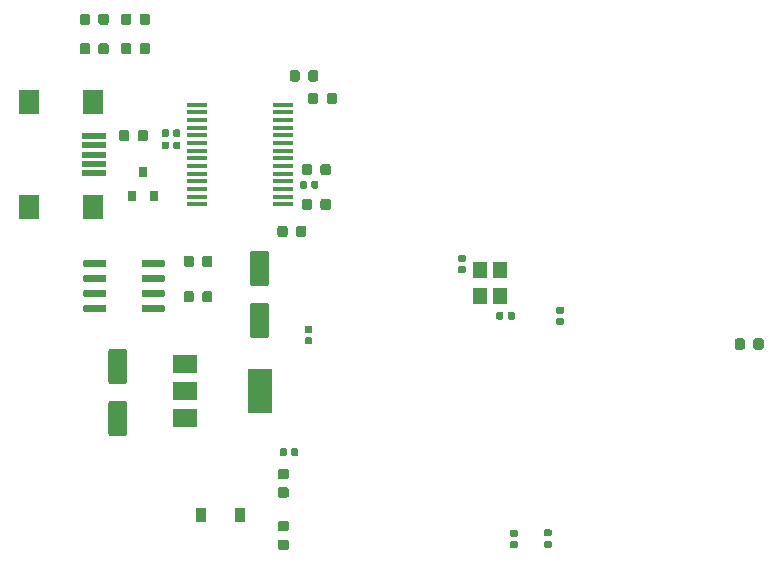
<source format=gbr>
G04 #@! TF.GenerationSoftware,KiCad,Pcbnew,(5.1.5)-3*
G04 #@! TF.CreationDate,2020-05-22T01:35:11+09:00*
G04 #@! TF.ProjectId,custom_arduino,63757374-6f6d-45f6-9172-6475696e6f2e,rev?*
G04 #@! TF.SameCoordinates,Original*
G04 #@! TF.FileFunction,Paste,Top*
G04 #@! TF.FilePolarity,Positive*
%FSLAX46Y46*%
G04 Gerber Fmt 4.6, Leading zero omitted, Abs format (unit mm)*
G04 Created by KiCad (PCBNEW (5.1.5)-3) date 2020-05-22 01:35:11*
%MOMM*%
%LPD*%
G04 APERTURE LIST*
%ADD10C,0.100000*%
%ADD11R,1.200000X1.400000*%
%ADD12R,1.750000X0.450000*%
%ADD13R,2.000000X1.500000*%
%ADD14R,2.000000X3.800000*%
%ADD15R,0.800000X0.900000*%
%ADD16R,1.700000X2.000000*%
%ADD17R,2.000000X0.500000*%
%ADD18R,0.900000X1.200000*%
G04 APERTURE END LIST*
D10*
G36*
X106326958Y-88475710D02*
G01*
X106341276Y-88477834D01*
X106355317Y-88481351D01*
X106368946Y-88486228D01*
X106382031Y-88492417D01*
X106394447Y-88499858D01*
X106406073Y-88508481D01*
X106416798Y-88518202D01*
X106426519Y-88528927D01*
X106435142Y-88540553D01*
X106442583Y-88552969D01*
X106448772Y-88566054D01*
X106453649Y-88579683D01*
X106457166Y-88593724D01*
X106459290Y-88608042D01*
X106460000Y-88622500D01*
X106460000Y-88917500D01*
X106459290Y-88931958D01*
X106457166Y-88946276D01*
X106453649Y-88960317D01*
X106448772Y-88973946D01*
X106442583Y-88987031D01*
X106435142Y-88999447D01*
X106426519Y-89011073D01*
X106416798Y-89021798D01*
X106406073Y-89031519D01*
X106394447Y-89040142D01*
X106382031Y-89047583D01*
X106368946Y-89053772D01*
X106355317Y-89058649D01*
X106341276Y-89062166D01*
X106326958Y-89064290D01*
X106312500Y-89065000D01*
X105967500Y-89065000D01*
X105953042Y-89064290D01*
X105938724Y-89062166D01*
X105924683Y-89058649D01*
X105911054Y-89053772D01*
X105897969Y-89047583D01*
X105885553Y-89040142D01*
X105873927Y-89031519D01*
X105863202Y-89021798D01*
X105853481Y-89011073D01*
X105844858Y-88999447D01*
X105837417Y-88987031D01*
X105831228Y-88973946D01*
X105826351Y-88960317D01*
X105822834Y-88946276D01*
X105820710Y-88931958D01*
X105820000Y-88917500D01*
X105820000Y-88622500D01*
X105820710Y-88608042D01*
X105822834Y-88593724D01*
X105826351Y-88579683D01*
X105831228Y-88566054D01*
X105837417Y-88552969D01*
X105844858Y-88540553D01*
X105853481Y-88528927D01*
X105863202Y-88518202D01*
X105873927Y-88508481D01*
X105885553Y-88499858D01*
X105897969Y-88492417D01*
X105911054Y-88486228D01*
X105924683Y-88481351D01*
X105938724Y-88477834D01*
X105953042Y-88475710D01*
X105967500Y-88475000D01*
X106312500Y-88475000D01*
X106326958Y-88475710D01*
G37*
G36*
X106326958Y-89445710D02*
G01*
X106341276Y-89447834D01*
X106355317Y-89451351D01*
X106368946Y-89456228D01*
X106382031Y-89462417D01*
X106394447Y-89469858D01*
X106406073Y-89478481D01*
X106416798Y-89488202D01*
X106426519Y-89498927D01*
X106435142Y-89510553D01*
X106442583Y-89522969D01*
X106448772Y-89536054D01*
X106453649Y-89549683D01*
X106457166Y-89563724D01*
X106459290Y-89578042D01*
X106460000Y-89592500D01*
X106460000Y-89887500D01*
X106459290Y-89901958D01*
X106457166Y-89916276D01*
X106453649Y-89930317D01*
X106448772Y-89943946D01*
X106442583Y-89957031D01*
X106435142Y-89969447D01*
X106426519Y-89981073D01*
X106416798Y-89991798D01*
X106406073Y-90001519D01*
X106394447Y-90010142D01*
X106382031Y-90017583D01*
X106368946Y-90023772D01*
X106355317Y-90028649D01*
X106341276Y-90032166D01*
X106326958Y-90034290D01*
X106312500Y-90035000D01*
X105967500Y-90035000D01*
X105953042Y-90034290D01*
X105938724Y-90032166D01*
X105924683Y-90028649D01*
X105911054Y-90023772D01*
X105897969Y-90017583D01*
X105885553Y-90010142D01*
X105873927Y-90001519D01*
X105863202Y-89991798D01*
X105853481Y-89981073D01*
X105844858Y-89969447D01*
X105837417Y-89957031D01*
X105831228Y-89943946D01*
X105826351Y-89930317D01*
X105822834Y-89916276D01*
X105820710Y-89901958D01*
X105820000Y-89887500D01*
X105820000Y-89592500D01*
X105820710Y-89578042D01*
X105822834Y-89563724D01*
X105826351Y-89549683D01*
X105831228Y-89536054D01*
X105837417Y-89522969D01*
X105844858Y-89510553D01*
X105853481Y-89498927D01*
X105863202Y-89488202D01*
X105873927Y-89478481D01*
X105885553Y-89469858D01*
X105897969Y-89462417D01*
X105911054Y-89456228D01*
X105924683Y-89451351D01*
X105938724Y-89447834D01*
X105953042Y-89445710D01*
X105967500Y-89445000D01*
X106312500Y-89445000D01*
X106326958Y-89445710D01*
G37*
D11*
X120640000Y-85920000D03*
X120640000Y-83720000D03*
X122340000Y-83720000D03*
X122340000Y-85920000D03*
D12*
X96740000Y-78185000D03*
X96740000Y-77535000D03*
X96740000Y-76885000D03*
X96740000Y-76235000D03*
X96740000Y-75585000D03*
X96740000Y-74935000D03*
X96740000Y-74285000D03*
X96740000Y-73635000D03*
X96740000Y-72985000D03*
X96740000Y-72335000D03*
X96740000Y-71685000D03*
X96740000Y-71035000D03*
X96740000Y-70385000D03*
X96740000Y-69735000D03*
X103940000Y-69735000D03*
X103940000Y-70385000D03*
X103940000Y-71035000D03*
X103940000Y-71685000D03*
X103940000Y-72335000D03*
X103940000Y-72985000D03*
X103940000Y-73635000D03*
X103940000Y-74285000D03*
X103940000Y-74935000D03*
X103940000Y-75585000D03*
X103940000Y-76235000D03*
X103940000Y-76885000D03*
X103940000Y-77535000D03*
X103940000Y-78185000D03*
D13*
X95700000Y-91700000D03*
X95700000Y-96300000D03*
X95700000Y-94000000D03*
D14*
X102000000Y-94000000D03*
D10*
G36*
X88889703Y-86700722D02*
G01*
X88904264Y-86702882D01*
X88918543Y-86706459D01*
X88932403Y-86711418D01*
X88945710Y-86717712D01*
X88958336Y-86725280D01*
X88970159Y-86734048D01*
X88981066Y-86743934D01*
X88990952Y-86754841D01*
X88999720Y-86766664D01*
X89007288Y-86779290D01*
X89013582Y-86792597D01*
X89018541Y-86806457D01*
X89022118Y-86820736D01*
X89024278Y-86835297D01*
X89025000Y-86850000D01*
X89025000Y-87150000D01*
X89024278Y-87164703D01*
X89022118Y-87179264D01*
X89018541Y-87193543D01*
X89013582Y-87207403D01*
X89007288Y-87220710D01*
X88999720Y-87233336D01*
X88990952Y-87245159D01*
X88981066Y-87256066D01*
X88970159Y-87265952D01*
X88958336Y-87274720D01*
X88945710Y-87282288D01*
X88932403Y-87288582D01*
X88918543Y-87293541D01*
X88904264Y-87297118D01*
X88889703Y-87299278D01*
X88875000Y-87300000D01*
X87225000Y-87300000D01*
X87210297Y-87299278D01*
X87195736Y-87297118D01*
X87181457Y-87293541D01*
X87167597Y-87288582D01*
X87154290Y-87282288D01*
X87141664Y-87274720D01*
X87129841Y-87265952D01*
X87118934Y-87256066D01*
X87109048Y-87245159D01*
X87100280Y-87233336D01*
X87092712Y-87220710D01*
X87086418Y-87207403D01*
X87081459Y-87193543D01*
X87077882Y-87179264D01*
X87075722Y-87164703D01*
X87075000Y-87150000D01*
X87075000Y-86850000D01*
X87075722Y-86835297D01*
X87077882Y-86820736D01*
X87081459Y-86806457D01*
X87086418Y-86792597D01*
X87092712Y-86779290D01*
X87100280Y-86766664D01*
X87109048Y-86754841D01*
X87118934Y-86743934D01*
X87129841Y-86734048D01*
X87141664Y-86725280D01*
X87154290Y-86717712D01*
X87167597Y-86711418D01*
X87181457Y-86706459D01*
X87195736Y-86702882D01*
X87210297Y-86700722D01*
X87225000Y-86700000D01*
X88875000Y-86700000D01*
X88889703Y-86700722D01*
G37*
G36*
X88889703Y-85430722D02*
G01*
X88904264Y-85432882D01*
X88918543Y-85436459D01*
X88932403Y-85441418D01*
X88945710Y-85447712D01*
X88958336Y-85455280D01*
X88970159Y-85464048D01*
X88981066Y-85473934D01*
X88990952Y-85484841D01*
X88999720Y-85496664D01*
X89007288Y-85509290D01*
X89013582Y-85522597D01*
X89018541Y-85536457D01*
X89022118Y-85550736D01*
X89024278Y-85565297D01*
X89025000Y-85580000D01*
X89025000Y-85880000D01*
X89024278Y-85894703D01*
X89022118Y-85909264D01*
X89018541Y-85923543D01*
X89013582Y-85937403D01*
X89007288Y-85950710D01*
X88999720Y-85963336D01*
X88990952Y-85975159D01*
X88981066Y-85986066D01*
X88970159Y-85995952D01*
X88958336Y-86004720D01*
X88945710Y-86012288D01*
X88932403Y-86018582D01*
X88918543Y-86023541D01*
X88904264Y-86027118D01*
X88889703Y-86029278D01*
X88875000Y-86030000D01*
X87225000Y-86030000D01*
X87210297Y-86029278D01*
X87195736Y-86027118D01*
X87181457Y-86023541D01*
X87167597Y-86018582D01*
X87154290Y-86012288D01*
X87141664Y-86004720D01*
X87129841Y-85995952D01*
X87118934Y-85986066D01*
X87109048Y-85975159D01*
X87100280Y-85963336D01*
X87092712Y-85950710D01*
X87086418Y-85937403D01*
X87081459Y-85923543D01*
X87077882Y-85909264D01*
X87075722Y-85894703D01*
X87075000Y-85880000D01*
X87075000Y-85580000D01*
X87075722Y-85565297D01*
X87077882Y-85550736D01*
X87081459Y-85536457D01*
X87086418Y-85522597D01*
X87092712Y-85509290D01*
X87100280Y-85496664D01*
X87109048Y-85484841D01*
X87118934Y-85473934D01*
X87129841Y-85464048D01*
X87141664Y-85455280D01*
X87154290Y-85447712D01*
X87167597Y-85441418D01*
X87181457Y-85436459D01*
X87195736Y-85432882D01*
X87210297Y-85430722D01*
X87225000Y-85430000D01*
X88875000Y-85430000D01*
X88889703Y-85430722D01*
G37*
G36*
X88889703Y-84160722D02*
G01*
X88904264Y-84162882D01*
X88918543Y-84166459D01*
X88932403Y-84171418D01*
X88945710Y-84177712D01*
X88958336Y-84185280D01*
X88970159Y-84194048D01*
X88981066Y-84203934D01*
X88990952Y-84214841D01*
X88999720Y-84226664D01*
X89007288Y-84239290D01*
X89013582Y-84252597D01*
X89018541Y-84266457D01*
X89022118Y-84280736D01*
X89024278Y-84295297D01*
X89025000Y-84310000D01*
X89025000Y-84610000D01*
X89024278Y-84624703D01*
X89022118Y-84639264D01*
X89018541Y-84653543D01*
X89013582Y-84667403D01*
X89007288Y-84680710D01*
X88999720Y-84693336D01*
X88990952Y-84705159D01*
X88981066Y-84716066D01*
X88970159Y-84725952D01*
X88958336Y-84734720D01*
X88945710Y-84742288D01*
X88932403Y-84748582D01*
X88918543Y-84753541D01*
X88904264Y-84757118D01*
X88889703Y-84759278D01*
X88875000Y-84760000D01*
X87225000Y-84760000D01*
X87210297Y-84759278D01*
X87195736Y-84757118D01*
X87181457Y-84753541D01*
X87167597Y-84748582D01*
X87154290Y-84742288D01*
X87141664Y-84734720D01*
X87129841Y-84725952D01*
X87118934Y-84716066D01*
X87109048Y-84705159D01*
X87100280Y-84693336D01*
X87092712Y-84680710D01*
X87086418Y-84667403D01*
X87081459Y-84653543D01*
X87077882Y-84639264D01*
X87075722Y-84624703D01*
X87075000Y-84610000D01*
X87075000Y-84310000D01*
X87075722Y-84295297D01*
X87077882Y-84280736D01*
X87081459Y-84266457D01*
X87086418Y-84252597D01*
X87092712Y-84239290D01*
X87100280Y-84226664D01*
X87109048Y-84214841D01*
X87118934Y-84203934D01*
X87129841Y-84194048D01*
X87141664Y-84185280D01*
X87154290Y-84177712D01*
X87167597Y-84171418D01*
X87181457Y-84166459D01*
X87195736Y-84162882D01*
X87210297Y-84160722D01*
X87225000Y-84160000D01*
X88875000Y-84160000D01*
X88889703Y-84160722D01*
G37*
G36*
X88889703Y-82890722D02*
G01*
X88904264Y-82892882D01*
X88918543Y-82896459D01*
X88932403Y-82901418D01*
X88945710Y-82907712D01*
X88958336Y-82915280D01*
X88970159Y-82924048D01*
X88981066Y-82933934D01*
X88990952Y-82944841D01*
X88999720Y-82956664D01*
X89007288Y-82969290D01*
X89013582Y-82982597D01*
X89018541Y-82996457D01*
X89022118Y-83010736D01*
X89024278Y-83025297D01*
X89025000Y-83040000D01*
X89025000Y-83340000D01*
X89024278Y-83354703D01*
X89022118Y-83369264D01*
X89018541Y-83383543D01*
X89013582Y-83397403D01*
X89007288Y-83410710D01*
X88999720Y-83423336D01*
X88990952Y-83435159D01*
X88981066Y-83446066D01*
X88970159Y-83455952D01*
X88958336Y-83464720D01*
X88945710Y-83472288D01*
X88932403Y-83478582D01*
X88918543Y-83483541D01*
X88904264Y-83487118D01*
X88889703Y-83489278D01*
X88875000Y-83490000D01*
X87225000Y-83490000D01*
X87210297Y-83489278D01*
X87195736Y-83487118D01*
X87181457Y-83483541D01*
X87167597Y-83478582D01*
X87154290Y-83472288D01*
X87141664Y-83464720D01*
X87129841Y-83455952D01*
X87118934Y-83446066D01*
X87109048Y-83435159D01*
X87100280Y-83423336D01*
X87092712Y-83410710D01*
X87086418Y-83397403D01*
X87081459Y-83383543D01*
X87077882Y-83369264D01*
X87075722Y-83354703D01*
X87075000Y-83340000D01*
X87075000Y-83040000D01*
X87075722Y-83025297D01*
X87077882Y-83010736D01*
X87081459Y-82996457D01*
X87086418Y-82982597D01*
X87092712Y-82969290D01*
X87100280Y-82956664D01*
X87109048Y-82944841D01*
X87118934Y-82933934D01*
X87129841Y-82924048D01*
X87141664Y-82915280D01*
X87154290Y-82907712D01*
X87167597Y-82901418D01*
X87181457Y-82896459D01*
X87195736Y-82892882D01*
X87210297Y-82890722D01*
X87225000Y-82890000D01*
X88875000Y-82890000D01*
X88889703Y-82890722D01*
G37*
G36*
X93839703Y-82890722D02*
G01*
X93854264Y-82892882D01*
X93868543Y-82896459D01*
X93882403Y-82901418D01*
X93895710Y-82907712D01*
X93908336Y-82915280D01*
X93920159Y-82924048D01*
X93931066Y-82933934D01*
X93940952Y-82944841D01*
X93949720Y-82956664D01*
X93957288Y-82969290D01*
X93963582Y-82982597D01*
X93968541Y-82996457D01*
X93972118Y-83010736D01*
X93974278Y-83025297D01*
X93975000Y-83040000D01*
X93975000Y-83340000D01*
X93974278Y-83354703D01*
X93972118Y-83369264D01*
X93968541Y-83383543D01*
X93963582Y-83397403D01*
X93957288Y-83410710D01*
X93949720Y-83423336D01*
X93940952Y-83435159D01*
X93931066Y-83446066D01*
X93920159Y-83455952D01*
X93908336Y-83464720D01*
X93895710Y-83472288D01*
X93882403Y-83478582D01*
X93868543Y-83483541D01*
X93854264Y-83487118D01*
X93839703Y-83489278D01*
X93825000Y-83490000D01*
X92175000Y-83490000D01*
X92160297Y-83489278D01*
X92145736Y-83487118D01*
X92131457Y-83483541D01*
X92117597Y-83478582D01*
X92104290Y-83472288D01*
X92091664Y-83464720D01*
X92079841Y-83455952D01*
X92068934Y-83446066D01*
X92059048Y-83435159D01*
X92050280Y-83423336D01*
X92042712Y-83410710D01*
X92036418Y-83397403D01*
X92031459Y-83383543D01*
X92027882Y-83369264D01*
X92025722Y-83354703D01*
X92025000Y-83340000D01*
X92025000Y-83040000D01*
X92025722Y-83025297D01*
X92027882Y-83010736D01*
X92031459Y-82996457D01*
X92036418Y-82982597D01*
X92042712Y-82969290D01*
X92050280Y-82956664D01*
X92059048Y-82944841D01*
X92068934Y-82933934D01*
X92079841Y-82924048D01*
X92091664Y-82915280D01*
X92104290Y-82907712D01*
X92117597Y-82901418D01*
X92131457Y-82896459D01*
X92145736Y-82892882D01*
X92160297Y-82890722D01*
X92175000Y-82890000D01*
X93825000Y-82890000D01*
X93839703Y-82890722D01*
G37*
G36*
X93839703Y-84160722D02*
G01*
X93854264Y-84162882D01*
X93868543Y-84166459D01*
X93882403Y-84171418D01*
X93895710Y-84177712D01*
X93908336Y-84185280D01*
X93920159Y-84194048D01*
X93931066Y-84203934D01*
X93940952Y-84214841D01*
X93949720Y-84226664D01*
X93957288Y-84239290D01*
X93963582Y-84252597D01*
X93968541Y-84266457D01*
X93972118Y-84280736D01*
X93974278Y-84295297D01*
X93975000Y-84310000D01*
X93975000Y-84610000D01*
X93974278Y-84624703D01*
X93972118Y-84639264D01*
X93968541Y-84653543D01*
X93963582Y-84667403D01*
X93957288Y-84680710D01*
X93949720Y-84693336D01*
X93940952Y-84705159D01*
X93931066Y-84716066D01*
X93920159Y-84725952D01*
X93908336Y-84734720D01*
X93895710Y-84742288D01*
X93882403Y-84748582D01*
X93868543Y-84753541D01*
X93854264Y-84757118D01*
X93839703Y-84759278D01*
X93825000Y-84760000D01*
X92175000Y-84760000D01*
X92160297Y-84759278D01*
X92145736Y-84757118D01*
X92131457Y-84753541D01*
X92117597Y-84748582D01*
X92104290Y-84742288D01*
X92091664Y-84734720D01*
X92079841Y-84725952D01*
X92068934Y-84716066D01*
X92059048Y-84705159D01*
X92050280Y-84693336D01*
X92042712Y-84680710D01*
X92036418Y-84667403D01*
X92031459Y-84653543D01*
X92027882Y-84639264D01*
X92025722Y-84624703D01*
X92025000Y-84610000D01*
X92025000Y-84310000D01*
X92025722Y-84295297D01*
X92027882Y-84280736D01*
X92031459Y-84266457D01*
X92036418Y-84252597D01*
X92042712Y-84239290D01*
X92050280Y-84226664D01*
X92059048Y-84214841D01*
X92068934Y-84203934D01*
X92079841Y-84194048D01*
X92091664Y-84185280D01*
X92104290Y-84177712D01*
X92117597Y-84171418D01*
X92131457Y-84166459D01*
X92145736Y-84162882D01*
X92160297Y-84160722D01*
X92175000Y-84160000D01*
X93825000Y-84160000D01*
X93839703Y-84160722D01*
G37*
G36*
X93839703Y-85430722D02*
G01*
X93854264Y-85432882D01*
X93868543Y-85436459D01*
X93882403Y-85441418D01*
X93895710Y-85447712D01*
X93908336Y-85455280D01*
X93920159Y-85464048D01*
X93931066Y-85473934D01*
X93940952Y-85484841D01*
X93949720Y-85496664D01*
X93957288Y-85509290D01*
X93963582Y-85522597D01*
X93968541Y-85536457D01*
X93972118Y-85550736D01*
X93974278Y-85565297D01*
X93975000Y-85580000D01*
X93975000Y-85880000D01*
X93974278Y-85894703D01*
X93972118Y-85909264D01*
X93968541Y-85923543D01*
X93963582Y-85937403D01*
X93957288Y-85950710D01*
X93949720Y-85963336D01*
X93940952Y-85975159D01*
X93931066Y-85986066D01*
X93920159Y-85995952D01*
X93908336Y-86004720D01*
X93895710Y-86012288D01*
X93882403Y-86018582D01*
X93868543Y-86023541D01*
X93854264Y-86027118D01*
X93839703Y-86029278D01*
X93825000Y-86030000D01*
X92175000Y-86030000D01*
X92160297Y-86029278D01*
X92145736Y-86027118D01*
X92131457Y-86023541D01*
X92117597Y-86018582D01*
X92104290Y-86012288D01*
X92091664Y-86004720D01*
X92079841Y-85995952D01*
X92068934Y-85986066D01*
X92059048Y-85975159D01*
X92050280Y-85963336D01*
X92042712Y-85950710D01*
X92036418Y-85937403D01*
X92031459Y-85923543D01*
X92027882Y-85909264D01*
X92025722Y-85894703D01*
X92025000Y-85880000D01*
X92025000Y-85580000D01*
X92025722Y-85565297D01*
X92027882Y-85550736D01*
X92031459Y-85536457D01*
X92036418Y-85522597D01*
X92042712Y-85509290D01*
X92050280Y-85496664D01*
X92059048Y-85484841D01*
X92068934Y-85473934D01*
X92079841Y-85464048D01*
X92091664Y-85455280D01*
X92104290Y-85447712D01*
X92117597Y-85441418D01*
X92131457Y-85436459D01*
X92145736Y-85432882D01*
X92160297Y-85430722D01*
X92175000Y-85430000D01*
X93825000Y-85430000D01*
X93839703Y-85430722D01*
G37*
G36*
X93839703Y-86700722D02*
G01*
X93854264Y-86702882D01*
X93868543Y-86706459D01*
X93882403Y-86711418D01*
X93895710Y-86717712D01*
X93908336Y-86725280D01*
X93920159Y-86734048D01*
X93931066Y-86743934D01*
X93940952Y-86754841D01*
X93949720Y-86766664D01*
X93957288Y-86779290D01*
X93963582Y-86792597D01*
X93968541Y-86806457D01*
X93972118Y-86820736D01*
X93974278Y-86835297D01*
X93975000Y-86850000D01*
X93975000Y-87150000D01*
X93974278Y-87164703D01*
X93972118Y-87179264D01*
X93968541Y-87193543D01*
X93963582Y-87207403D01*
X93957288Y-87220710D01*
X93949720Y-87233336D01*
X93940952Y-87245159D01*
X93931066Y-87256066D01*
X93920159Y-87265952D01*
X93908336Y-87274720D01*
X93895710Y-87282288D01*
X93882403Y-87288582D01*
X93868543Y-87293541D01*
X93854264Y-87297118D01*
X93839703Y-87299278D01*
X93825000Y-87300000D01*
X92175000Y-87300000D01*
X92160297Y-87299278D01*
X92145736Y-87297118D01*
X92131457Y-87293541D01*
X92117597Y-87288582D01*
X92104290Y-87282288D01*
X92091664Y-87274720D01*
X92079841Y-87265952D01*
X92068934Y-87256066D01*
X92059048Y-87245159D01*
X92050280Y-87233336D01*
X92042712Y-87220710D01*
X92036418Y-87207403D01*
X92031459Y-87193543D01*
X92027882Y-87179264D01*
X92025722Y-87164703D01*
X92025000Y-87150000D01*
X92025000Y-86850000D01*
X92025722Y-86835297D01*
X92027882Y-86820736D01*
X92031459Y-86806457D01*
X92036418Y-86792597D01*
X92042712Y-86779290D01*
X92050280Y-86766664D01*
X92059048Y-86754841D01*
X92068934Y-86743934D01*
X92079841Y-86734048D01*
X92091664Y-86725280D01*
X92104290Y-86717712D01*
X92117597Y-86711418D01*
X92131457Y-86706459D01*
X92145736Y-86702882D01*
X92160297Y-86700722D01*
X92175000Y-86700000D01*
X93825000Y-86700000D01*
X93839703Y-86700722D01*
G37*
G36*
X106785191Y-66826053D02*
G01*
X106806426Y-66829203D01*
X106827250Y-66834419D01*
X106847462Y-66841651D01*
X106866868Y-66850830D01*
X106885281Y-66861866D01*
X106902524Y-66874654D01*
X106918430Y-66889070D01*
X106932846Y-66904976D01*
X106945634Y-66922219D01*
X106956670Y-66940632D01*
X106965849Y-66960038D01*
X106973081Y-66980250D01*
X106978297Y-67001074D01*
X106981447Y-67022309D01*
X106982500Y-67043750D01*
X106982500Y-67556250D01*
X106981447Y-67577691D01*
X106978297Y-67598926D01*
X106973081Y-67619750D01*
X106965849Y-67639962D01*
X106956670Y-67659368D01*
X106945634Y-67677781D01*
X106932846Y-67695024D01*
X106918430Y-67710930D01*
X106902524Y-67725346D01*
X106885281Y-67738134D01*
X106866868Y-67749170D01*
X106847462Y-67758349D01*
X106827250Y-67765581D01*
X106806426Y-67770797D01*
X106785191Y-67773947D01*
X106763750Y-67775000D01*
X106326250Y-67775000D01*
X106304809Y-67773947D01*
X106283574Y-67770797D01*
X106262750Y-67765581D01*
X106242538Y-67758349D01*
X106223132Y-67749170D01*
X106204719Y-67738134D01*
X106187476Y-67725346D01*
X106171570Y-67710930D01*
X106157154Y-67695024D01*
X106144366Y-67677781D01*
X106133330Y-67659368D01*
X106124151Y-67639962D01*
X106116919Y-67619750D01*
X106111703Y-67598926D01*
X106108553Y-67577691D01*
X106107500Y-67556250D01*
X106107500Y-67043750D01*
X106108553Y-67022309D01*
X106111703Y-67001074D01*
X106116919Y-66980250D01*
X106124151Y-66960038D01*
X106133330Y-66940632D01*
X106144366Y-66922219D01*
X106157154Y-66904976D01*
X106171570Y-66889070D01*
X106187476Y-66874654D01*
X106204719Y-66861866D01*
X106223132Y-66850830D01*
X106242538Y-66841651D01*
X106262750Y-66834419D01*
X106283574Y-66829203D01*
X106304809Y-66826053D01*
X106326250Y-66825000D01*
X106763750Y-66825000D01*
X106785191Y-66826053D01*
G37*
G36*
X105210191Y-66826053D02*
G01*
X105231426Y-66829203D01*
X105252250Y-66834419D01*
X105272462Y-66841651D01*
X105291868Y-66850830D01*
X105310281Y-66861866D01*
X105327524Y-66874654D01*
X105343430Y-66889070D01*
X105357846Y-66904976D01*
X105370634Y-66922219D01*
X105381670Y-66940632D01*
X105390849Y-66960038D01*
X105398081Y-66980250D01*
X105403297Y-67001074D01*
X105406447Y-67022309D01*
X105407500Y-67043750D01*
X105407500Y-67556250D01*
X105406447Y-67577691D01*
X105403297Y-67598926D01*
X105398081Y-67619750D01*
X105390849Y-67639962D01*
X105381670Y-67659368D01*
X105370634Y-67677781D01*
X105357846Y-67695024D01*
X105343430Y-67710930D01*
X105327524Y-67725346D01*
X105310281Y-67738134D01*
X105291868Y-67749170D01*
X105272462Y-67758349D01*
X105252250Y-67765581D01*
X105231426Y-67770797D01*
X105210191Y-67773947D01*
X105188750Y-67775000D01*
X104751250Y-67775000D01*
X104729809Y-67773947D01*
X104708574Y-67770797D01*
X104687750Y-67765581D01*
X104667538Y-67758349D01*
X104648132Y-67749170D01*
X104629719Y-67738134D01*
X104612476Y-67725346D01*
X104596570Y-67710930D01*
X104582154Y-67695024D01*
X104569366Y-67677781D01*
X104558330Y-67659368D01*
X104549151Y-67639962D01*
X104541919Y-67619750D01*
X104536703Y-67598926D01*
X104533553Y-67577691D01*
X104532500Y-67556250D01*
X104532500Y-67043750D01*
X104533553Y-67022309D01*
X104536703Y-67001074D01*
X104541919Y-66980250D01*
X104549151Y-66960038D01*
X104558330Y-66940632D01*
X104569366Y-66922219D01*
X104582154Y-66904976D01*
X104596570Y-66889070D01*
X104612476Y-66874654D01*
X104629719Y-66861866D01*
X104648132Y-66850830D01*
X104667538Y-66841651D01*
X104687750Y-66834419D01*
X104708574Y-66829203D01*
X104729809Y-66826053D01*
X104751250Y-66825000D01*
X105188750Y-66825000D01*
X105210191Y-66826053D01*
G37*
G36*
X142900191Y-89526053D02*
G01*
X142921426Y-89529203D01*
X142942250Y-89534419D01*
X142962462Y-89541651D01*
X142981868Y-89550830D01*
X143000281Y-89561866D01*
X143017524Y-89574654D01*
X143033430Y-89589070D01*
X143047846Y-89604976D01*
X143060634Y-89622219D01*
X143071670Y-89640632D01*
X143080849Y-89660038D01*
X143088081Y-89680250D01*
X143093297Y-89701074D01*
X143096447Y-89722309D01*
X143097500Y-89743750D01*
X143097500Y-90256250D01*
X143096447Y-90277691D01*
X143093297Y-90298926D01*
X143088081Y-90319750D01*
X143080849Y-90339962D01*
X143071670Y-90359368D01*
X143060634Y-90377781D01*
X143047846Y-90395024D01*
X143033430Y-90410930D01*
X143017524Y-90425346D01*
X143000281Y-90438134D01*
X142981868Y-90449170D01*
X142962462Y-90458349D01*
X142942250Y-90465581D01*
X142921426Y-90470797D01*
X142900191Y-90473947D01*
X142878750Y-90475000D01*
X142441250Y-90475000D01*
X142419809Y-90473947D01*
X142398574Y-90470797D01*
X142377750Y-90465581D01*
X142357538Y-90458349D01*
X142338132Y-90449170D01*
X142319719Y-90438134D01*
X142302476Y-90425346D01*
X142286570Y-90410930D01*
X142272154Y-90395024D01*
X142259366Y-90377781D01*
X142248330Y-90359368D01*
X142239151Y-90339962D01*
X142231919Y-90319750D01*
X142226703Y-90298926D01*
X142223553Y-90277691D01*
X142222500Y-90256250D01*
X142222500Y-89743750D01*
X142223553Y-89722309D01*
X142226703Y-89701074D01*
X142231919Y-89680250D01*
X142239151Y-89660038D01*
X142248330Y-89640632D01*
X142259366Y-89622219D01*
X142272154Y-89604976D01*
X142286570Y-89589070D01*
X142302476Y-89574654D01*
X142319719Y-89561866D01*
X142338132Y-89550830D01*
X142357538Y-89541651D01*
X142377750Y-89534419D01*
X142398574Y-89529203D01*
X142419809Y-89526053D01*
X142441250Y-89525000D01*
X142878750Y-89525000D01*
X142900191Y-89526053D01*
G37*
G36*
X144475191Y-89526053D02*
G01*
X144496426Y-89529203D01*
X144517250Y-89534419D01*
X144537462Y-89541651D01*
X144556868Y-89550830D01*
X144575281Y-89561866D01*
X144592524Y-89574654D01*
X144608430Y-89589070D01*
X144622846Y-89604976D01*
X144635634Y-89622219D01*
X144646670Y-89640632D01*
X144655849Y-89660038D01*
X144663081Y-89680250D01*
X144668297Y-89701074D01*
X144671447Y-89722309D01*
X144672500Y-89743750D01*
X144672500Y-90256250D01*
X144671447Y-90277691D01*
X144668297Y-90298926D01*
X144663081Y-90319750D01*
X144655849Y-90339962D01*
X144646670Y-90359368D01*
X144635634Y-90377781D01*
X144622846Y-90395024D01*
X144608430Y-90410930D01*
X144592524Y-90425346D01*
X144575281Y-90438134D01*
X144556868Y-90449170D01*
X144537462Y-90458349D01*
X144517250Y-90465581D01*
X144496426Y-90470797D01*
X144475191Y-90473947D01*
X144453750Y-90475000D01*
X144016250Y-90475000D01*
X143994809Y-90473947D01*
X143973574Y-90470797D01*
X143952750Y-90465581D01*
X143932538Y-90458349D01*
X143913132Y-90449170D01*
X143894719Y-90438134D01*
X143877476Y-90425346D01*
X143861570Y-90410930D01*
X143847154Y-90395024D01*
X143834366Y-90377781D01*
X143823330Y-90359368D01*
X143814151Y-90339962D01*
X143806919Y-90319750D01*
X143801703Y-90298926D01*
X143798553Y-90277691D01*
X143797500Y-90256250D01*
X143797500Y-89743750D01*
X143798553Y-89722309D01*
X143801703Y-89701074D01*
X143806919Y-89680250D01*
X143814151Y-89660038D01*
X143823330Y-89640632D01*
X143834366Y-89622219D01*
X143847154Y-89604976D01*
X143861570Y-89589070D01*
X143877476Y-89574654D01*
X143894719Y-89561866D01*
X143913132Y-89550830D01*
X143932538Y-89541651D01*
X143952750Y-89534419D01*
X143973574Y-89529203D01*
X143994809Y-89526053D01*
X144016250Y-89525000D01*
X144453750Y-89525000D01*
X144475191Y-89526053D01*
G37*
G36*
X89027691Y-62026053D02*
G01*
X89048926Y-62029203D01*
X89069750Y-62034419D01*
X89089962Y-62041651D01*
X89109368Y-62050830D01*
X89127781Y-62061866D01*
X89145024Y-62074654D01*
X89160930Y-62089070D01*
X89175346Y-62104976D01*
X89188134Y-62122219D01*
X89199170Y-62140632D01*
X89208349Y-62160038D01*
X89215581Y-62180250D01*
X89220797Y-62201074D01*
X89223947Y-62222309D01*
X89225000Y-62243750D01*
X89225000Y-62756250D01*
X89223947Y-62777691D01*
X89220797Y-62798926D01*
X89215581Y-62819750D01*
X89208349Y-62839962D01*
X89199170Y-62859368D01*
X89188134Y-62877781D01*
X89175346Y-62895024D01*
X89160930Y-62910930D01*
X89145024Y-62925346D01*
X89127781Y-62938134D01*
X89109368Y-62949170D01*
X89089962Y-62958349D01*
X89069750Y-62965581D01*
X89048926Y-62970797D01*
X89027691Y-62973947D01*
X89006250Y-62975000D01*
X88568750Y-62975000D01*
X88547309Y-62973947D01*
X88526074Y-62970797D01*
X88505250Y-62965581D01*
X88485038Y-62958349D01*
X88465632Y-62949170D01*
X88447219Y-62938134D01*
X88429976Y-62925346D01*
X88414070Y-62910930D01*
X88399654Y-62895024D01*
X88386866Y-62877781D01*
X88375830Y-62859368D01*
X88366651Y-62839962D01*
X88359419Y-62819750D01*
X88354203Y-62798926D01*
X88351053Y-62777691D01*
X88350000Y-62756250D01*
X88350000Y-62243750D01*
X88351053Y-62222309D01*
X88354203Y-62201074D01*
X88359419Y-62180250D01*
X88366651Y-62160038D01*
X88375830Y-62140632D01*
X88386866Y-62122219D01*
X88399654Y-62104976D01*
X88414070Y-62089070D01*
X88429976Y-62074654D01*
X88447219Y-62061866D01*
X88465632Y-62050830D01*
X88485038Y-62041651D01*
X88505250Y-62034419D01*
X88526074Y-62029203D01*
X88547309Y-62026053D01*
X88568750Y-62025000D01*
X89006250Y-62025000D01*
X89027691Y-62026053D01*
G37*
G36*
X87452691Y-62026053D02*
G01*
X87473926Y-62029203D01*
X87494750Y-62034419D01*
X87514962Y-62041651D01*
X87534368Y-62050830D01*
X87552781Y-62061866D01*
X87570024Y-62074654D01*
X87585930Y-62089070D01*
X87600346Y-62104976D01*
X87613134Y-62122219D01*
X87624170Y-62140632D01*
X87633349Y-62160038D01*
X87640581Y-62180250D01*
X87645797Y-62201074D01*
X87648947Y-62222309D01*
X87650000Y-62243750D01*
X87650000Y-62756250D01*
X87648947Y-62777691D01*
X87645797Y-62798926D01*
X87640581Y-62819750D01*
X87633349Y-62839962D01*
X87624170Y-62859368D01*
X87613134Y-62877781D01*
X87600346Y-62895024D01*
X87585930Y-62910930D01*
X87570024Y-62925346D01*
X87552781Y-62938134D01*
X87534368Y-62949170D01*
X87514962Y-62958349D01*
X87494750Y-62965581D01*
X87473926Y-62970797D01*
X87452691Y-62973947D01*
X87431250Y-62975000D01*
X86993750Y-62975000D01*
X86972309Y-62973947D01*
X86951074Y-62970797D01*
X86930250Y-62965581D01*
X86910038Y-62958349D01*
X86890632Y-62949170D01*
X86872219Y-62938134D01*
X86854976Y-62925346D01*
X86839070Y-62910930D01*
X86824654Y-62895024D01*
X86811866Y-62877781D01*
X86800830Y-62859368D01*
X86791651Y-62839962D01*
X86784419Y-62819750D01*
X86779203Y-62798926D01*
X86776053Y-62777691D01*
X86775000Y-62756250D01*
X86775000Y-62243750D01*
X86776053Y-62222309D01*
X86779203Y-62201074D01*
X86784419Y-62180250D01*
X86791651Y-62160038D01*
X86800830Y-62140632D01*
X86811866Y-62122219D01*
X86824654Y-62104976D01*
X86839070Y-62089070D01*
X86854976Y-62074654D01*
X86872219Y-62061866D01*
X86890632Y-62050830D01*
X86910038Y-62041651D01*
X86930250Y-62034419D01*
X86951074Y-62029203D01*
X86972309Y-62026053D01*
X86993750Y-62025000D01*
X87431250Y-62025000D01*
X87452691Y-62026053D01*
G37*
G36*
X89027691Y-64526053D02*
G01*
X89048926Y-64529203D01*
X89069750Y-64534419D01*
X89089962Y-64541651D01*
X89109368Y-64550830D01*
X89127781Y-64561866D01*
X89145024Y-64574654D01*
X89160930Y-64589070D01*
X89175346Y-64604976D01*
X89188134Y-64622219D01*
X89199170Y-64640632D01*
X89208349Y-64660038D01*
X89215581Y-64680250D01*
X89220797Y-64701074D01*
X89223947Y-64722309D01*
X89225000Y-64743750D01*
X89225000Y-65256250D01*
X89223947Y-65277691D01*
X89220797Y-65298926D01*
X89215581Y-65319750D01*
X89208349Y-65339962D01*
X89199170Y-65359368D01*
X89188134Y-65377781D01*
X89175346Y-65395024D01*
X89160930Y-65410930D01*
X89145024Y-65425346D01*
X89127781Y-65438134D01*
X89109368Y-65449170D01*
X89089962Y-65458349D01*
X89069750Y-65465581D01*
X89048926Y-65470797D01*
X89027691Y-65473947D01*
X89006250Y-65475000D01*
X88568750Y-65475000D01*
X88547309Y-65473947D01*
X88526074Y-65470797D01*
X88505250Y-65465581D01*
X88485038Y-65458349D01*
X88465632Y-65449170D01*
X88447219Y-65438134D01*
X88429976Y-65425346D01*
X88414070Y-65410930D01*
X88399654Y-65395024D01*
X88386866Y-65377781D01*
X88375830Y-65359368D01*
X88366651Y-65339962D01*
X88359419Y-65319750D01*
X88354203Y-65298926D01*
X88351053Y-65277691D01*
X88350000Y-65256250D01*
X88350000Y-64743750D01*
X88351053Y-64722309D01*
X88354203Y-64701074D01*
X88359419Y-64680250D01*
X88366651Y-64660038D01*
X88375830Y-64640632D01*
X88386866Y-64622219D01*
X88399654Y-64604976D01*
X88414070Y-64589070D01*
X88429976Y-64574654D01*
X88447219Y-64561866D01*
X88465632Y-64550830D01*
X88485038Y-64541651D01*
X88505250Y-64534419D01*
X88526074Y-64529203D01*
X88547309Y-64526053D01*
X88568750Y-64525000D01*
X89006250Y-64525000D01*
X89027691Y-64526053D01*
G37*
G36*
X87452691Y-64526053D02*
G01*
X87473926Y-64529203D01*
X87494750Y-64534419D01*
X87514962Y-64541651D01*
X87534368Y-64550830D01*
X87552781Y-64561866D01*
X87570024Y-64574654D01*
X87585930Y-64589070D01*
X87600346Y-64604976D01*
X87613134Y-64622219D01*
X87624170Y-64640632D01*
X87633349Y-64660038D01*
X87640581Y-64680250D01*
X87645797Y-64701074D01*
X87648947Y-64722309D01*
X87650000Y-64743750D01*
X87650000Y-65256250D01*
X87648947Y-65277691D01*
X87645797Y-65298926D01*
X87640581Y-65319750D01*
X87633349Y-65339962D01*
X87624170Y-65359368D01*
X87613134Y-65377781D01*
X87600346Y-65395024D01*
X87585930Y-65410930D01*
X87570024Y-65425346D01*
X87552781Y-65438134D01*
X87534368Y-65449170D01*
X87514962Y-65458349D01*
X87494750Y-65465581D01*
X87473926Y-65470797D01*
X87452691Y-65473947D01*
X87431250Y-65475000D01*
X86993750Y-65475000D01*
X86972309Y-65473947D01*
X86951074Y-65470797D01*
X86930250Y-65465581D01*
X86910038Y-65458349D01*
X86890632Y-65449170D01*
X86872219Y-65438134D01*
X86854976Y-65425346D01*
X86839070Y-65410930D01*
X86824654Y-65395024D01*
X86811866Y-65377781D01*
X86800830Y-65359368D01*
X86791651Y-65339962D01*
X86784419Y-65319750D01*
X86779203Y-65298926D01*
X86776053Y-65277691D01*
X86775000Y-65256250D01*
X86775000Y-64743750D01*
X86776053Y-64722309D01*
X86779203Y-64701074D01*
X86784419Y-64680250D01*
X86791651Y-64660038D01*
X86800830Y-64640632D01*
X86811866Y-64622219D01*
X86824654Y-64604976D01*
X86839070Y-64589070D01*
X86854976Y-64574654D01*
X86872219Y-64561866D01*
X86890632Y-64550830D01*
X86910038Y-64541651D01*
X86930250Y-64534419D01*
X86951074Y-64529203D01*
X86972309Y-64526053D01*
X86993750Y-64525000D01*
X87431250Y-64525000D01*
X87452691Y-64526053D01*
G37*
G36*
X104180191Y-79986053D02*
G01*
X104201426Y-79989203D01*
X104222250Y-79994419D01*
X104242462Y-80001651D01*
X104261868Y-80010830D01*
X104280281Y-80021866D01*
X104297524Y-80034654D01*
X104313430Y-80049070D01*
X104327846Y-80064976D01*
X104340634Y-80082219D01*
X104351670Y-80100632D01*
X104360849Y-80120038D01*
X104368081Y-80140250D01*
X104373297Y-80161074D01*
X104376447Y-80182309D01*
X104377500Y-80203750D01*
X104377500Y-80716250D01*
X104376447Y-80737691D01*
X104373297Y-80758926D01*
X104368081Y-80779750D01*
X104360849Y-80799962D01*
X104351670Y-80819368D01*
X104340634Y-80837781D01*
X104327846Y-80855024D01*
X104313430Y-80870930D01*
X104297524Y-80885346D01*
X104280281Y-80898134D01*
X104261868Y-80909170D01*
X104242462Y-80918349D01*
X104222250Y-80925581D01*
X104201426Y-80930797D01*
X104180191Y-80933947D01*
X104158750Y-80935000D01*
X103721250Y-80935000D01*
X103699809Y-80933947D01*
X103678574Y-80930797D01*
X103657750Y-80925581D01*
X103637538Y-80918349D01*
X103618132Y-80909170D01*
X103599719Y-80898134D01*
X103582476Y-80885346D01*
X103566570Y-80870930D01*
X103552154Y-80855024D01*
X103539366Y-80837781D01*
X103528330Y-80819368D01*
X103519151Y-80799962D01*
X103511919Y-80779750D01*
X103506703Y-80758926D01*
X103503553Y-80737691D01*
X103502500Y-80716250D01*
X103502500Y-80203750D01*
X103503553Y-80182309D01*
X103506703Y-80161074D01*
X103511919Y-80140250D01*
X103519151Y-80120038D01*
X103528330Y-80100632D01*
X103539366Y-80082219D01*
X103552154Y-80064976D01*
X103566570Y-80049070D01*
X103582476Y-80034654D01*
X103599719Y-80021866D01*
X103618132Y-80010830D01*
X103637538Y-80001651D01*
X103657750Y-79994419D01*
X103678574Y-79989203D01*
X103699809Y-79986053D01*
X103721250Y-79985000D01*
X104158750Y-79985000D01*
X104180191Y-79986053D01*
G37*
G36*
X105755191Y-79986053D02*
G01*
X105776426Y-79989203D01*
X105797250Y-79994419D01*
X105817462Y-80001651D01*
X105836868Y-80010830D01*
X105855281Y-80021866D01*
X105872524Y-80034654D01*
X105888430Y-80049070D01*
X105902846Y-80064976D01*
X105915634Y-80082219D01*
X105926670Y-80100632D01*
X105935849Y-80120038D01*
X105943081Y-80140250D01*
X105948297Y-80161074D01*
X105951447Y-80182309D01*
X105952500Y-80203750D01*
X105952500Y-80716250D01*
X105951447Y-80737691D01*
X105948297Y-80758926D01*
X105943081Y-80779750D01*
X105935849Y-80799962D01*
X105926670Y-80819368D01*
X105915634Y-80837781D01*
X105902846Y-80855024D01*
X105888430Y-80870930D01*
X105872524Y-80885346D01*
X105855281Y-80898134D01*
X105836868Y-80909170D01*
X105817462Y-80918349D01*
X105797250Y-80925581D01*
X105776426Y-80930797D01*
X105755191Y-80933947D01*
X105733750Y-80935000D01*
X105296250Y-80935000D01*
X105274809Y-80933947D01*
X105253574Y-80930797D01*
X105232750Y-80925581D01*
X105212538Y-80918349D01*
X105193132Y-80909170D01*
X105174719Y-80898134D01*
X105157476Y-80885346D01*
X105141570Y-80870930D01*
X105127154Y-80855024D01*
X105114366Y-80837781D01*
X105103330Y-80819368D01*
X105094151Y-80799962D01*
X105086919Y-80779750D01*
X105081703Y-80758926D01*
X105078553Y-80737691D01*
X105077500Y-80716250D01*
X105077500Y-80203750D01*
X105078553Y-80182309D01*
X105081703Y-80161074D01*
X105086919Y-80140250D01*
X105094151Y-80120038D01*
X105103330Y-80100632D01*
X105114366Y-80082219D01*
X105127154Y-80064976D01*
X105141570Y-80049070D01*
X105157476Y-80034654D01*
X105174719Y-80021866D01*
X105193132Y-80010830D01*
X105212538Y-80001651D01*
X105232750Y-79994419D01*
X105253574Y-79989203D01*
X105274809Y-79986053D01*
X105296250Y-79985000D01*
X105733750Y-79985000D01*
X105755191Y-79986053D01*
G37*
G36*
X106252691Y-74756053D02*
G01*
X106273926Y-74759203D01*
X106294750Y-74764419D01*
X106314962Y-74771651D01*
X106334368Y-74780830D01*
X106352781Y-74791866D01*
X106370024Y-74804654D01*
X106385930Y-74819070D01*
X106400346Y-74834976D01*
X106413134Y-74852219D01*
X106424170Y-74870632D01*
X106433349Y-74890038D01*
X106440581Y-74910250D01*
X106445797Y-74931074D01*
X106448947Y-74952309D01*
X106450000Y-74973750D01*
X106450000Y-75486250D01*
X106448947Y-75507691D01*
X106445797Y-75528926D01*
X106440581Y-75549750D01*
X106433349Y-75569962D01*
X106424170Y-75589368D01*
X106413134Y-75607781D01*
X106400346Y-75625024D01*
X106385930Y-75640930D01*
X106370024Y-75655346D01*
X106352781Y-75668134D01*
X106334368Y-75679170D01*
X106314962Y-75688349D01*
X106294750Y-75695581D01*
X106273926Y-75700797D01*
X106252691Y-75703947D01*
X106231250Y-75705000D01*
X105793750Y-75705000D01*
X105772309Y-75703947D01*
X105751074Y-75700797D01*
X105730250Y-75695581D01*
X105710038Y-75688349D01*
X105690632Y-75679170D01*
X105672219Y-75668134D01*
X105654976Y-75655346D01*
X105639070Y-75640930D01*
X105624654Y-75625024D01*
X105611866Y-75607781D01*
X105600830Y-75589368D01*
X105591651Y-75569962D01*
X105584419Y-75549750D01*
X105579203Y-75528926D01*
X105576053Y-75507691D01*
X105575000Y-75486250D01*
X105575000Y-74973750D01*
X105576053Y-74952309D01*
X105579203Y-74931074D01*
X105584419Y-74910250D01*
X105591651Y-74890038D01*
X105600830Y-74870632D01*
X105611866Y-74852219D01*
X105624654Y-74834976D01*
X105639070Y-74819070D01*
X105654976Y-74804654D01*
X105672219Y-74791866D01*
X105690632Y-74780830D01*
X105710038Y-74771651D01*
X105730250Y-74764419D01*
X105751074Y-74759203D01*
X105772309Y-74756053D01*
X105793750Y-74755000D01*
X106231250Y-74755000D01*
X106252691Y-74756053D01*
G37*
G36*
X107827691Y-74756053D02*
G01*
X107848926Y-74759203D01*
X107869750Y-74764419D01*
X107889962Y-74771651D01*
X107909368Y-74780830D01*
X107927781Y-74791866D01*
X107945024Y-74804654D01*
X107960930Y-74819070D01*
X107975346Y-74834976D01*
X107988134Y-74852219D01*
X107999170Y-74870632D01*
X108008349Y-74890038D01*
X108015581Y-74910250D01*
X108020797Y-74931074D01*
X108023947Y-74952309D01*
X108025000Y-74973750D01*
X108025000Y-75486250D01*
X108023947Y-75507691D01*
X108020797Y-75528926D01*
X108015581Y-75549750D01*
X108008349Y-75569962D01*
X107999170Y-75589368D01*
X107988134Y-75607781D01*
X107975346Y-75625024D01*
X107960930Y-75640930D01*
X107945024Y-75655346D01*
X107927781Y-75668134D01*
X107909368Y-75679170D01*
X107889962Y-75688349D01*
X107869750Y-75695581D01*
X107848926Y-75700797D01*
X107827691Y-75703947D01*
X107806250Y-75705000D01*
X107368750Y-75705000D01*
X107347309Y-75703947D01*
X107326074Y-75700797D01*
X107305250Y-75695581D01*
X107285038Y-75688349D01*
X107265632Y-75679170D01*
X107247219Y-75668134D01*
X107229976Y-75655346D01*
X107214070Y-75640930D01*
X107199654Y-75625024D01*
X107186866Y-75607781D01*
X107175830Y-75589368D01*
X107166651Y-75569962D01*
X107159419Y-75549750D01*
X107154203Y-75528926D01*
X107151053Y-75507691D01*
X107150000Y-75486250D01*
X107150000Y-74973750D01*
X107151053Y-74952309D01*
X107154203Y-74931074D01*
X107159419Y-74910250D01*
X107166651Y-74890038D01*
X107175830Y-74870632D01*
X107186866Y-74852219D01*
X107199654Y-74834976D01*
X107214070Y-74819070D01*
X107229976Y-74804654D01*
X107247219Y-74791866D01*
X107265632Y-74780830D01*
X107285038Y-74771651D01*
X107305250Y-74764419D01*
X107326074Y-74759203D01*
X107347309Y-74756053D01*
X107368750Y-74755000D01*
X107806250Y-74755000D01*
X107827691Y-74756053D01*
G37*
G36*
X106252691Y-77711053D02*
G01*
X106273926Y-77714203D01*
X106294750Y-77719419D01*
X106314962Y-77726651D01*
X106334368Y-77735830D01*
X106352781Y-77746866D01*
X106370024Y-77759654D01*
X106385930Y-77774070D01*
X106400346Y-77789976D01*
X106413134Y-77807219D01*
X106424170Y-77825632D01*
X106433349Y-77845038D01*
X106440581Y-77865250D01*
X106445797Y-77886074D01*
X106448947Y-77907309D01*
X106450000Y-77928750D01*
X106450000Y-78441250D01*
X106448947Y-78462691D01*
X106445797Y-78483926D01*
X106440581Y-78504750D01*
X106433349Y-78524962D01*
X106424170Y-78544368D01*
X106413134Y-78562781D01*
X106400346Y-78580024D01*
X106385930Y-78595930D01*
X106370024Y-78610346D01*
X106352781Y-78623134D01*
X106334368Y-78634170D01*
X106314962Y-78643349D01*
X106294750Y-78650581D01*
X106273926Y-78655797D01*
X106252691Y-78658947D01*
X106231250Y-78660000D01*
X105793750Y-78660000D01*
X105772309Y-78658947D01*
X105751074Y-78655797D01*
X105730250Y-78650581D01*
X105710038Y-78643349D01*
X105690632Y-78634170D01*
X105672219Y-78623134D01*
X105654976Y-78610346D01*
X105639070Y-78595930D01*
X105624654Y-78580024D01*
X105611866Y-78562781D01*
X105600830Y-78544368D01*
X105591651Y-78524962D01*
X105584419Y-78504750D01*
X105579203Y-78483926D01*
X105576053Y-78462691D01*
X105575000Y-78441250D01*
X105575000Y-77928750D01*
X105576053Y-77907309D01*
X105579203Y-77886074D01*
X105584419Y-77865250D01*
X105591651Y-77845038D01*
X105600830Y-77825632D01*
X105611866Y-77807219D01*
X105624654Y-77789976D01*
X105639070Y-77774070D01*
X105654976Y-77759654D01*
X105672219Y-77746866D01*
X105690632Y-77735830D01*
X105710038Y-77726651D01*
X105730250Y-77719419D01*
X105751074Y-77714203D01*
X105772309Y-77711053D01*
X105793750Y-77710000D01*
X106231250Y-77710000D01*
X106252691Y-77711053D01*
G37*
G36*
X107827691Y-77711053D02*
G01*
X107848926Y-77714203D01*
X107869750Y-77719419D01*
X107889962Y-77726651D01*
X107909368Y-77735830D01*
X107927781Y-77746866D01*
X107945024Y-77759654D01*
X107960930Y-77774070D01*
X107975346Y-77789976D01*
X107988134Y-77807219D01*
X107999170Y-77825632D01*
X108008349Y-77845038D01*
X108015581Y-77865250D01*
X108020797Y-77886074D01*
X108023947Y-77907309D01*
X108025000Y-77928750D01*
X108025000Y-78441250D01*
X108023947Y-78462691D01*
X108020797Y-78483926D01*
X108015581Y-78504750D01*
X108008349Y-78524962D01*
X107999170Y-78544368D01*
X107988134Y-78562781D01*
X107975346Y-78580024D01*
X107960930Y-78595930D01*
X107945024Y-78610346D01*
X107927781Y-78623134D01*
X107909368Y-78634170D01*
X107889962Y-78643349D01*
X107869750Y-78650581D01*
X107848926Y-78655797D01*
X107827691Y-78658947D01*
X107806250Y-78660000D01*
X107368750Y-78660000D01*
X107347309Y-78658947D01*
X107326074Y-78655797D01*
X107305250Y-78650581D01*
X107285038Y-78643349D01*
X107265632Y-78634170D01*
X107247219Y-78623134D01*
X107229976Y-78610346D01*
X107214070Y-78595930D01*
X107199654Y-78580024D01*
X107186866Y-78562781D01*
X107175830Y-78544368D01*
X107166651Y-78524962D01*
X107159419Y-78504750D01*
X107154203Y-78483926D01*
X107151053Y-78462691D01*
X107150000Y-78441250D01*
X107150000Y-77928750D01*
X107151053Y-77907309D01*
X107154203Y-77886074D01*
X107159419Y-77865250D01*
X107166651Y-77845038D01*
X107175830Y-77825632D01*
X107186866Y-77807219D01*
X107199654Y-77789976D01*
X107214070Y-77774070D01*
X107229976Y-77759654D01*
X107247219Y-77746866D01*
X107265632Y-77735830D01*
X107285038Y-77726651D01*
X107305250Y-77719419D01*
X107326074Y-77714203D01*
X107347309Y-77711053D01*
X107368750Y-77710000D01*
X107806250Y-77710000D01*
X107827691Y-77711053D01*
G37*
G36*
X104277691Y-104988553D02*
G01*
X104298926Y-104991703D01*
X104319750Y-104996919D01*
X104339962Y-105004151D01*
X104359368Y-105013330D01*
X104377781Y-105024366D01*
X104395024Y-105037154D01*
X104410930Y-105051570D01*
X104425346Y-105067476D01*
X104438134Y-105084719D01*
X104449170Y-105103132D01*
X104458349Y-105122538D01*
X104465581Y-105142750D01*
X104470797Y-105163574D01*
X104473947Y-105184809D01*
X104475000Y-105206250D01*
X104475000Y-105643750D01*
X104473947Y-105665191D01*
X104470797Y-105686426D01*
X104465581Y-105707250D01*
X104458349Y-105727462D01*
X104449170Y-105746868D01*
X104438134Y-105765281D01*
X104425346Y-105782524D01*
X104410930Y-105798430D01*
X104395024Y-105812846D01*
X104377781Y-105825634D01*
X104359368Y-105836670D01*
X104339962Y-105845849D01*
X104319750Y-105853081D01*
X104298926Y-105858297D01*
X104277691Y-105861447D01*
X104256250Y-105862500D01*
X103743750Y-105862500D01*
X103722309Y-105861447D01*
X103701074Y-105858297D01*
X103680250Y-105853081D01*
X103660038Y-105845849D01*
X103640632Y-105836670D01*
X103622219Y-105825634D01*
X103604976Y-105812846D01*
X103589070Y-105798430D01*
X103574654Y-105782524D01*
X103561866Y-105765281D01*
X103550830Y-105746868D01*
X103541651Y-105727462D01*
X103534419Y-105707250D01*
X103529203Y-105686426D01*
X103526053Y-105665191D01*
X103525000Y-105643750D01*
X103525000Y-105206250D01*
X103526053Y-105184809D01*
X103529203Y-105163574D01*
X103534419Y-105142750D01*
X103541651Y-105122538D01*
X103550830Y-105103132D01*
X103561866Y-105084719D01*
X103574654Y-105067476D01*
X103589070Y-105051570D01*
X103604976Y-105037154D01*
X103622219Y-105024366D01*
X103640632Y-105013330D01*
X103660038Y-105004151D01*
X103680250Y-104996919D01*
X103701074Y-104991703D01*
X103722309Y-104988553D01*
X103743750Y-104987500D01*
X104256250Y-104987500D01*
X104277691Y-104988553D01*
G37*
G36*
X104277691Y-106563553D02*
G01*
X104298926Y-106566703D01*
X104319750Y-106571919D01*
X104339962Y-106579151D01*
X104359368Y-106588330D01*
X104377781Y-106599366D01*
X104395024Y-106612154D01*
X104410930Y-106626570D01*
X104425346Y-106642476D01*
X104438134Y-106659719D01*
X104449170Y-106678132D01*
X104458349Y-106697538D01*
X104465581Y-106717750D01*
X104470797Y-106738574D01*
X104473947Y-106759809D01*
X104475000Y-106781250D01*
X104475000Y-107218750D01*
X104473947Y-107240191D01*
X104470797Y-107261426D01*
X104465581Y-107282250D01*
X104458349Y-107302462D01*
X104449170Y-107321868D01*
X104438134Y-107340281D01*
X104425346Y-107357524D01*
X104410930Y-107373430D01*
X104395024Y-107387846D01*
X104377781Y-107400634D01*
X104359368Y-107411670D01*
X104339962Y-107420849D01*
X104319750Y-107428081D01*
X104298926Y-107433297D01*
X104277691Y-107436447D01*
X104256250Y-107437500D01*
X103743750Y-107437500D01*
X103722309Y-107436447D01*
X103701074Y-107433297D01*
X103680250Y-107428081D01*
X103660038Y-107420849D01*
X103640632Y-107411670D01*
X103622219Y-107400634D01*
X103604976Y-107387846D01*
X103589070Y-107373430D01*
X103574654Y-107357524D01*
X103561866Y-107340281D01*
X103550830Y-107321868D01*
X103541651Y-107302462D01*
X103534419Y-107282250D01*
X103529203Y-107261426D01*
X103526053Y-107240191D01*
X103525000Y-107218750D01*
X103525000Y-106781250D01*
X103526053Y-106759809D01*
X103529203Y-106738574D01*
X103534419Y-106717750D01*
X103541651Y-106697538D01*
X103550830Y-106678132D01*
X103561866Y-106659719D01*
X103574654Y-106642476D01*
X103589070Y-106626570D01*
X103604976Y-106612154D01*
X103622219Y-106599366D01*
X103640632Y-106588330D01*
X103660038Y-106579151D01*
X103680250Y-106571919D01*
X103701074Y-106566703D01*
X103722309Y-106563553D01*
X103743750Y-106562500D01*
X104256250Y-106562500D01*
X104277691Y-106563553D01*
G37*
G36*
X97815191Y-82526053D02*
G01*
X97836426Y-82529203D01*
X97857250Y-82534419D01*
X97877462Y-82541651D01*
X97896868Y-82550830D01*
X97915281Y-82561866D01*
X97932524Y-82574654D01*
X97948430Y-82589070D01*
X97962846Y-82604976D01*
X97975634Y-82622219D01*
X97986670Y-82640632D01*
X97995849Y-82660038D01*
X98003081Y-82680250D01*
X98008297Y-82701074D01*
X98011447Y-82722309D01*
X98012500Y-82743750D01*
X98012500Y-83256250D01*
X98011447Y-83277691D01*
X98008297Y-83298926D01*
X98003081Y-83319750D01*
X97995849Y-83339962D01*
X97986670Y-83359368D01*
X97975634Y-83377781D01*
X97962846Y-83395024D01*
X97948430Y-83410930D01*
X97932524Y-83425346D01*
X97915281Y-83438134D01*
X97896868Y-83449170D01*
X97877462Y-83458349D01*
X97857250Y-83465581D01*
X97836426Y-83470797D01*
X97815191Y-83473947D01*
X97793750Y-83475000D01*
X97356250Y-83475000D01*
X97334809Y-83473947D01*
X97313574Y-83470797D01*
X97292750Y-83465581D01*
X97272538Y-83458349D01*
X97253132Y-83449170D01*
X97234719Y-83438134D01*
X97217476Y-83425346D01*
X97201570Y-83410930D01*
X97187154Y-83395024D01*
X97174366Y-83377781D01*
X97163330Y-83359368D01*
X97154151Y-83339962D01*
X97146919Y-83319750D01*
X97141703Y-83298926D01*
X97138553Y-83277691D01*
X97137500Y-83256250D01*
X97137500Y-82743750D01*
X97138553Y-82722309D01*
X97141703Y-82701074D01*
X97146919Y-82680250D01*
X97154151Y-82660038D01*
X97163330Y-82640632D01*
X97174366Y-82622219D01*
X97187154Y-82604976D01*
X97201570Y-82589070D01*
X97217476Y-82574654D01*
X97234719Y-82561866D01*
X97253132Y-82550830D01*
X97272538Y-82541651D01*
X97292750Y-82534419D01*
X97313574Y-82529203D01*
X97334809Y-82526053D01*
X97356250Y-82525000D01*
X97793750Y-82525000D01*
X97815191Y-82526053D01*
G37*
G36*
X96240191Y-82526053D02*
G01*
X96261426Y-82529203D01*
X96282250Y-82534419D01*
X96302462Y-82541651D01*
X96321868Y-82550830D01*
X96340281Y-82561866D01*
X96357524Y-82574654D01*
X96373430Y-82589070D01*
X96387846Y-82604976D01*
X96400634Y-82622219D01*
X96411670Y-82640632D01*
X96420849Y-82660038D01*
X96428081Y-82680250D01*
X96433297Y-82701074D01*
X96436447Y-82722309D01*
X96437500Y-82743750D01*
X96437500Y-83256250D01*
X96436447Y-83277691D01*
X96433297Y-83298926D01*
X96428081Y-83319750D01*
X96420849Y-83339962D01*
X96411670Y-83359368D01*
X96400634Y-83377781D01*
X96387846Y-83395024D01*
X96373430Y-83410930D01*
X96357524Y-83425346D01*
X96340281Y-83438134D01*
X96321868Y-83449170D01*
X96302462Y-83458349D01*
X96282250Y-83465581D01*
X96261426Y-83470797D01*
X96240191Y-83473947D01*
X96218750Y-83475000D01*
X95781250Y-83475000D01*
X95759809Y-83473947D01*
X95738574Y-83470797D01*
X95717750Y-83465581D01*
X95697538Y-83458349D01*
X95678132Y-83449170D01*
X95659719Y-83438134D01*
X95642476Y-83425346D01*
X95626570Y-83410930D01*
X95612154Y-83395024D01*
X95599366Y-83377781D01*
X95588330Y-83359368D01*
X95579151Y-83339962D01*
X95571919Y-83319750D01*
X95566703Y-83298926D01*
X95563553Y-83277691D01*
X95562500Y-83256250D01*
X95562500Y-82743750D01*
X95563553Y-82722309D01*
X95566703Y-82701074D01*
X95571919Y-82680250D01*
X95579151Y-82660038D01*
X95588330Y-82640632D01*
X95599366Y-82622219D01*
X95612154Y-82604976D01*
X95626570Y-82589070D01*
X95642476Y-82574654D01*
X95659719Y-82561866D01*
X95678132Y-82550830D01*
X95697538Y-82541651D01*
X95717750Y-82534419D01*
X95738574Y-82529203D01*
X95759809Y-82526053D01*
X95781250Y-82525000D01*
X96218750Y-82525000D01*
X96240191Y-82526053D01*
G37*
G36*
X96240191Y-85526053D02*
G01*
X96261426Y-85529203D01*
X96282250Y-85534419D01*
X96302462Y-85541651D01*
X96321868Y-85550830D01*
X96340281Y-85561866D01*
X96357524Y-85574654D01*
X96373430Y-85589070D01*
X96387846Y-85604976D01*
X96400634Y-85622219D01*
X96411670Y-85640632D01*
X96420849Y-85660038D01*
X96428081Y-85680250D01*
X96433297Y-85701074D01*
X96436447Y-85722309D01*
X96437500Y-85743750D01*
X96437500Y-86256250D01*
X96436447Y-86277691D01*
X96433297Y-86298926D01*
X96428081Y-86319750D01*
X96420849Y-86339962D01*
X96411670Y-86359368D01*
X96400634Y-86377781D01*
X96387846Y-86395024D01*
X96373430Y-86410930D01*
X96357524Y-86425346D01*
X96340281Y-86438134D01*
X96321868Y-86449170D01*
X96302462Y-86458349D01*
X96282250Y-86465581D01*
X96261426Y-86470797D01*
X96240191Y-86473947D01*
X96218750Y-86475000D01*
X95781250Y-86475000D01*
X95759809Y-86473947D01*
X95738574Y-86470797D01*
X95717750Y-86465581D01*
X95697538Y-86458349D01*
X95678132Y-86449170D01*
X95659719Y-86438134D01*
X95642476Y-86425346D01*
X95626570Y-86410930D01*
X95612154Y-86395024D01*
X95599366Y-86377781D01*
X95588330Y-86359368D01*
X95579151Y-86339962D01*
X95571919Y-86319750D01*
X95566703Y-86298926D01*
X95563553Y-86277691D01*
X95562500Y-86256250D01*
X95562500Y-85743750D01*
X95563553Y-85722309D01*
X95566703Y-85701074D01*
X95571919Y-85680250D01*
X95579151Y-85660038D01*
X95588330Y-85640632D01*
X95599366Y-85622219D01*
X95612154Y-85604976D01*
X95626570Y-85589070D01*
X95642476Y-85574654D01*
X95659719Y-85561866D01*
X95678132Y-85550830D01*
X95697538Y-85541651D01*
X95717750Y-85534419D01*
X95738574Y-85529203D01*
X95759809Y-85526053D01*
X95781250Y-85525000D01*
X96218750Y-85525000D01*
X96240191Y-85526053D01*
G37*
G36*
X97815191Y-85526053D02*
G01*
X97836426Y-85529203D01*
X97857250Y-85534419D01*
X97877462Y-85541651D01*
X97896868Y-85550830D01*
X97915281Y-85561866D01*
X97932524Y-85574654D01*
X97948430Y-85589070D01*
X97962846Y-85604976D01*
X97975634Y-85622219D01*
X97986670Y-85640632D01*
X97995849Y-85660038D01*
X98003081Y-85680250D01*
X98008297Y-85701074D01*
X98011447Y-85722309D01*
X98012500Y-85743750D01*
X98012500Y-86256250D01*
X98011447Y-86277691D01*
X98008297Y-86298926D01*
X98003081Y-86319750D01*
X97995849Y-86339962D01*
X97986670Y-86359368D01*
X97975634Y-86377781D01*
X97962846Y-86395024D01*
X97948430Y-86410930D01*
X97932524Y-86425346D01*
X97915281Y-86438134D01*
X97896868Y-86449170D01*
X97877462Y-86458349D01*
X97857250Y-86465581D01*
X97836426Y-86470797D01*
X97815191Y-86473947D01*
X97793750Y-86475000D01*
X97356250Y-86475000D01*
X97334809Y-86473947D01*
X97313574Y-86470797D01*
X97292750Y-86465581D01*
X97272538Y-86458349D01*
X97253132Y-86449170D01*
X97234719Y-86438134D01*
X97217476Y-86425346D01*
X97201570Y-86410930D01*
X97187154Y-86395024D01*
X97174366Y-86377781D01*
X97163330Y-86359368D01*
X97154151Y-86339962D01*
X97146919Y-86319750D01*
X97141703Y-86298926D01*
X97138553Y-86277691D01*
X97137500Y-86256250D01*
X97137500Y-85743750D01*
X97138553Y-85722309D01*
X97141703Y-85701074D01*
X97146919Y-85680250D01*
X97154151Y-85660038D01*
X97163330Y-85640632D01*
X97174366Y-85622219D01*
X97187154Y-85604976D01*
X97201570Y-85589070D01*
X97217476Y-85574654D01*
X97234719Y-85561866D01*
X97253132Y-85550830D01*
X97272538Y-85541651D01*
X97292750Y-85534419D01*
X97313574Y-85529203D01*
X97334809Y-85526053D01*
X97356250Y-85525000D01*
X97793750Y-85525000D01*
X97815191Y-85526053D01*
G37*
D15*
X92110000Y-75450000D03*
X93060000Y-77450000D03*
X91160000Y-77450000D03*
D16*
X82450000Y-78410000D03*
X87900000Y-78410000D03*
X82450000Y-69510000D03*
X87900000Y-69510000D03*
D17*
X88000000Y-75560000D03*
X88000000Y-74760000D03*
X88000000Y-73960000D03*
X88000000Y-73160000D03*
X88000000Y-72360000D03*
D10*
G36*
X92350191Y-71886053D02*
G01*
X92371426Y-71889203D01*
X92392250Y-71894419D01*
X92412462Y-71901651D01*
X92431868Y-71910830D01*
X92450281Y-71921866D01*
X92467524Y-71934654D01*
X92483430Y-71949070D01*
X92497846Y-71964976D01*
X92510634Y-71982219D01*
X92521670Y-72000632D01*
X92530849Y-72020038D01*
X92538081Y-72040250D01*
X92543297Y-72061074D01*
X92546447Y-72082309D01*
X92547500Y-72103750D01*
X92547500Y-72616250D01*
X92546447Y-72637691D01*
X92543297Y-72658926D01*
X92538081Y-72679750D01*
X92530849Y-72699962D01*
X92521670Y-72719368D01*
X92510634Y-72737781D01*
X92497846Y-72755024D01*
X92483430Y-72770930D01*
X92467524Y-72785346D01*
X92450281Y-72798134D01*
X92431868Y-72809170D01*
X92412462Y-72818349D01*
X92392250Y-72825581D01*
X92371426Y-72830797D01*
X92350191Y-72833947D01*
X92328750Y-72835000D01*
X91891250Y-72835000D01*
X91869809Y-72833947D01*
X91848574Y-72830797D01*
X91827750Y-72825581D01*
X91807538Y-72818349D01*
X91788132Y-72809170D01*
X91769719Y-72798134D01*
X91752476Y-72785346D01*
X91736570Y-72770930D01*
X91722154Y-72755024D01*
X91709366Y-72737781D01*
X91698330Y-72719368D01*
X91689151Y-72699962D01*
X91681919Y-72679750D01*
X91676703Y-72658926D01*
X91673553Y-72637691D01*
X91672500Y-72616250D01*
X91672500Y-72103750D01*
X91673553Y-72082309D01*
X91676703Y-72061074D01*
X91681919Y-72040250D01*
X91689151Y-72020038D01*
X91698330Y-72000632D01*
X91709366Y-71982219D01*
X91722154Y-71964976D01*
X91736570Y-71949070D01*
X91752476Y-71934654D01*
X91769719Y-71921866D01*
X91788132Y-71910830D01*
X91807538Y-71901651D01*
X91827750Y-71894419D01*
X91848574Y-71889203D01*
X91869809Y-71886053D01*
X91891250Y-71885000D01*
X92328750Y-71885000D01*
X92350191Y-71886053D01*
G37*
G36*
X90775191Y-71886053D02*
G01*
X90796426Y-71889203D01*
X90817250Y-71894419D01*
X90837462Y-71901651D01*
X90856868Y-71910830D01*
X90875281Y-71921866D01*
X90892524Y-71934654D01*
X90908430Y-71949070D01*
X90922846Y-71964976D01*
X90935634Y-71982219D01*
X90946670Y-72000632D01*
X90955849Y-72020038D01*
X90963081Y-72040250D01*
X90968297Y-72061074D01*
X90971447Y-72082309D01*
X90972500Y-72103750D01*
X90972500Y-72616250D01*
X90971447Y-72637691D01*
X90968297Y-72658926D01*
X90963081Y-72679750D01*
X90955849Y-72699962D01*
X90946670Y-72719368D01*
X90935634Y-72737781D01*
X90922846Y-72755024D01*
X90908430Y-72770930D01*
X90892524Y-72785346D01*
X90875281Y-72798134D01*
X90856868Y-72809170D01*
X90837462Y-72818349D01*
X90817250Y-72825581D01*
X90796426Y-72830797D01*
X90775191Y-72833947D01*
X90753750Y-72835000D01*
X90316250Y-72835000D01*
X90294809Y-72833947D01*
X90273574Y-72830797D01*
X90252750Y-72825581D01*
X90232538Y-72818349D01*
X90213132Y-72809170D01*
X90194719Y-72798134D01*
X90177476Y-72785346D01*
X90161570Y-72770930D01*
X90147154Y-72755024D01*
X90134366Y-72737781D01*
X90123330Y-72719368D01*
X90114151Y-72699962D01*
X90106919Y-72679750D01*
X90101703Y-72658926D01*
X90098553Y-72637691D01*
X90097500Y-72616250D01*
X90097500Y-72103750D01*
X90098553Y-72082309D01*
X90101703Y-72061074D01*
X90106919Y-72040250D01*
X90114151Y-72020038D01*
X90123330Y-72000632D01*
X90134366Y-71982219D01*
X90147154Y-71964976D01*
X90161570Y-71949070D01*
X90177476Y-71934654D01*
X90194719Y-71921866D01*
X90213132Y-71910830D01*
X90232538Y-71901651D01*
X90252750Y-71894419D01*
X90273574Y-71889203D01*
X90294809Y-71886053D01*
X90316250Y-71885000D01*
X90753750Y-71885000D01*
X90775191Y-71886053D01*
G37*
G36*
X108360191Y-68736053D02*
G01*
X108381426Y-68739203D01*
X108402250Y-68744419D01*
X108422462Y-68751651D01*
X108441868Y-68760830D01*
X108460281Y-68771866D01*
X108477524Y-68784654D01*
X108493430Y-68799070D01*
X108507846Y-68814976D01*
X108520634Y-68832219D01*
X108531670Y-68850632D01*
X108540849Y-68870038D01*
X108548081Y-68890250D01*
X108553297Y-68911074D01*
X108556447Y-68932309D01*
X108557500Y-68953750D01*
X108557500Y-69466250D01*
X108556447Y-69487691D01*
X108553297Y-69508926D01*
X108548081Y-69529750D01*
X108540849Y-69549962D01*
X108531670Y-69569368D01*
X108520634Y-69587781D01*
X108507846Y-69605024D01*
X108493430Y-69620930D01*
X108477524Y-69635346D01*
X108460281Y-69648134D01*
X108441868Y-69659170D01*
X108422462Y-69668349D01*
X108402250Y-69675581D01*
X108381426Y-69680797D01*
X108360191Y-69683947D01*
X108338750Y-69685000D01*
X107901250Y-69685000D01*
X107879809Y-69683947D01*
X107858574Y-69680797D01*
X107837750Y-69675581D01*
X107817538Y-69668349D01*
X107798132Y-69659170D01*
X107779719Y-69648134D01*
X107762476Y-69635346D01*
X107746570Y-69620930D01*
X107732154Y-69605024D01*
X107719366Y-69587781D01*
X107708330Y-69569368D01*
X107699151Y-69549962D01*
X107691919Y-69529750D01*
X107686703Y-69508926D01*
X107683553Y-69487691D01*
X107682500Y-69466250D01*
X107682500Y-68953750D01*
X107683553Y-68932309D01*
X107686703Y-68911074D01*
X107691919Y-68890250D01*
X107699151Y-68870038D01*
X107708330Y-68850632D01*
X107719366Y-68832219D01*
X107732154Y-68814976D01*
X107746570Y-68799070D01*
X107762476Y-68784654D01*
X107779719Y-68771866D01*
X107798132Y-68760830D01*
X107817538Y-68751651D01*
X107837750Y-68744419D01*
X107858574Y-68739203D01*
X107879809Y-68736053D01*
X107901250Y-68735000D01*
X108338750Y-68735000D01*
X108360191Y-68736053D01*
G37*
G36*
X106785191Y-68736053D02*
G01*
X106806426Y-68739203D01*
X106827250Y-68744419D01*
X106847462Y-68751651D01*
X106866868Y-68760830D01*
X106885281Y-68771866D01*
X106902524Y-68784654D01*
X106918430Y-68799070D01*
X106932846Y-68814976D01*
X106945634Y-68832219D01*
X106956670Y-68850632D01*
X106965849Y-68870038D01*
X106973081Y-68890250D01*
X106978297Y-68911074D01*
X106981447Y-68932309D01*
X106982500Y-68953750D01*
X106982500Y-69466250D01*
X106981447Y-69487691D01*
X106978297Y-69508926D01*
X106973081Y-69529750D01*
X106965849Y-69549962D01*
X106956670Y-69569368D01*
X106945634Y-69587781D01*
X106932846Y-69605024D01*
X106918430Y-69620930D01*
X106902524Y-69635346D01*
X106885281Y-69648134D01*
X106866868Y-69659170D01*
X106847462Y-69668349D01*
X106827250Y-69675581D01*
X106806426Y-69680797D01*
X106785191Y-69683947D01*
X106763750Y-69685000D01*
X106326250Y-69685000D01*
X106304809Y-69683947D01*
X106283574Y-69680797D01*
X106262750Y-69675581D01*
X106242538Y-69668349D01*
X106223132Y-69659170D01*
X106204719Y-69648134D01*
X106187476Y-69635346D01*
X106171570Y-69620930D01*
X106157154Y-69605024D01*
X106144366Y-69587781D01*
X106133330Y-69569368D01*
X106124151Y-69549962D01*
X106116919Y-69529750D01*
X106111703Y-69508926D01*
X106108553Y-69487691D01*
X106107500Y-69466250D01*
X106107500Y-68953750D01*
X106108553Y-68932309D01*
X106111703Y-68911074D01*
X106116919Y-68890250D01*
X106124151Y-68870038D01*
X106133330Y-68850632D01*
X106144366Y-68832219D01*
X106157154Y-68814976D01*
X106171570Y-68799070D01*
X106187476Y-68784654D01*
X106204719Y-68771866D01*
X106223132Y-68760830D01*
X106242538Y-68751651D01*
X106262750Y-68744419D01*
X106283574Y-68739203D01*
X106304809Y-68736053D01*
X106326250Y-68735000D01*
X106763750Y-68735000D01*
X106785191Y-68736053D01*
G37*
G36*
X90952691Y-62026053D02*
G01*
X90973926Y-62029203D01*
X90994750Y-62034419D01*
X91014962Y-62041651D01*
X91034368Y-62050830D01*
X91052781Y-62061866D01*
X91070024Y-62074654D01*
X91085930Y-62089070D01*
X91100346Y-62104976D01*
X91113134Y-62122219D01*
X91124170Y-62140632D01*
X91133349Y-62160038D01*
X91140581Y-62180250D01*
X91145797Y-62201074D01*
X91148947Y-62222309D01*
X91150000Y-62243750D01*
X91150000Y-62756250D01*
X91148947Y-62777691D01*
X91145797Y-62798926D01*
X91140581Y-62819750D01*
X91133349Y-62839962D01*
X91124170Y-62859368D01*
X91113134Y-62877781D01*
X91100346Y-62895024D01*
X91085930Y-62910930D01*
X91070024Y-62925346D01*
X91052781Y-62938134D01*
X91034368Y-62949170D01*
X91014962Y-62958349D01*
X90994750Y-62965581D01*
X90973926Y-62970797D01*
X90952691Y-62973947D01*
X90931250Y-62975000D01*
X90493750Y-62975000D01*
X90472309Y-62973947D01*
X90451074Y-62970797D01*
X90430250Y-62965581D01*
X90410038Y-62958349D01*
X90390632Y-62949170D01*
X90372219Y-62938134D01*
X90354976Y-62925346D01*
X90339070Y-62910930D01*
X90324654Y-62895024D01*
X90311866Y-62877781D01*
X90300830Y-62859368D01*
X90291651Y-62839962D01*
X90284419Y-62819750D01*
X90279203Y-62798926D01*
X90276053Y-62777691D01*
X90275000Y-62756250D01*
X90275000Y-62243750D01*
X90276053Y-62222309D01*
X90279203Y-62201074D01*
X90284419Y-62180250D01*
X90291651Y-62160038D01*
X90300830Y-62140632D01*
X90311866Y-62122219D01*
X90324654Y-62104976D01*
X90339070Y-62089070D01*
X90354976Y-62074654D01*
X90372219Y-62061866D01*
X90390632Y-62050830D01*
X90410038Y-62041651D01*
X90430250Y-62034419D01*
X90451074Y-62029203D01*
X90472309Y-62026053D01*
X90493750Y-62025000D01*
X90931250Y-62025000D01*
X90952691Y-62026053D01*
G37*
G36*
X92527691Y-62026053D02*
G01*
X92548926Y-62029203D01*
X92569750Y-62034419D01*
X92589962Y-62041651D01*
X92609368Y-62050830D01*
X92627781Y-62061866D01*
X92645024Y-62074654D01*
X92660930Y-62089070D01*
X92675346Y-62104976D01*
X92688134Y-62122219D01*
X92699170Y-62140632D01*
X92708349Y-62160038D01*
X92715581Y-62180250D01*
X92720797Y-62201074D01*
X92723947Y-62222309D01*
X92725000Y-62243750D01*
X92725000Y-62756250D01*
X92723947Y-62777691D01*
X92720797Y-62798926D01*
X92715581Y-62819750D01*
X92708349Y-62839962D01*
X92699170Y-62859368D01*
X92688134Y-62877781D01*
X92675346Y-62895024D01*
X92660930Y-62910930D01*
X92645024Y-62925346D01*
X92627781Y-62938134D01*
X92609368Y-62949170D01*
X92589962Y-62958349D01*
X92569750Y-62965581D01*
X92548926Y-62970797D01*
X92527691Y-62973947D01*
X92506250Y-62975000D01*
X92068750Y-62975000D01*
X92047309Y-62973947D01*
X92026074Y-62970797D01*
X92005250Y-62965581D01*
X91985038Y-62958349D01*
X91965632Y-62949170D01*
X91947219Y-62938134D01*
X91929976Y-62925346D01*
X91914070Y-62910930D01*
X91899654Y-62895024D01*
X91886866Y-62877781D01*
X91875830Y-62859368D01*
X91866651Y-62839962D01*
X91859419Y-62819750D01*
X91854203Y-62798926D01*
X91851053Y-62777691D01*
X91850000Y-62756250D01*
X91850000Y-62243750D01*
X91851053Y-62222309D01*
X91854203Y-62201074D01*
X91859419Y-62180250D01*
X91866651Y-62160038D01*
X91875830Y-62140632D01*
X91886866Y-62122219D01*
X91899654Y-62104976D01*
X91914070Y-62089070D01*
X91929976Y-62074654D01*
X91947219Y-62061866D01*
X91965632Y-62050830D01*
X91985038Y-62041651D01*
X92005250Y-62034419D01*
X92026074Y-62029203D01*
X92047309Y-62026053D01*
X92068750Y-62025000D01*
X92506250Y-62025000D01*
X92527691Y-62026053D01*
G37*
G36*
X90952691Y-64526053D02*
G01*
X90973926Y-64529203D01*
X90994750Y-64534419D01*
X91014962Y-64541651D01*
X91034368Y-64550830D01*
X91052781Y-64561866D01*
X91070024Y-64574654D01*
X91085930Y-64589070D01*
X91100346Y-64604976D01*
X91113134Y-64622219D01*
X91124170Y-64640632D01*
X91133349Y-64660038D01*
X91140581Y-64680250D01*
X91145797Y-64701074D01*
X91148947Y-64722309D01*
X91150000Y-64743750D01*
X91150000Y-65256250D01*
X91148947Y-65277691D01*
X91145797Y-65298926D01*
X91140581Y-65319750D01*
X91133349Y-65339962D01*
X91124170Y-65359368D01*
X91113134Y-65377781D01*
X91100346Y-65395024D01*
X91085930Y-65410930D01*
X91070024Y-65425346D01*
X91052781Y-65438134D01*
X91034368Y-65449170D01*
X91014962Y-65458349D01*
X90994750Y-65465581D01*
X90973926Y-65470797D01*
X90952691Y-65473947D01*
X90931250Y-65475000D01*
X90493750Y-65475000D01*
X90472309Y-65473947D01*
X90451074Y-65470797D01*
X90430250Y-65465581D01*
X90410038Y-65458349D01*
X90390632Y-65449170D01*
X90372219Y-65438134D01*
X90354976Y-65425346D01*
X90339070Y-65410930D01*
X90324654Y-65395024D01*
X90311866Y-65377781D01*
X90300830Y-65359368D01*
X90291651Y-65339962D01*
X90284419Y-65319750D01*
X90279203Y-65298926D01*
X90276053Y-65277691D01*
X90275000Y-65256250D01*
X90275000Y-64743750D01*
X90276053Y-64722309D01*
X90279203Y-64701074D01*
X90284419Y-64680250D01*
X90291651Y-64660038D01*
X90300830Y-64640632D01*
X90311866Y-64622219D01*
X90324654Y-64604976D01*
X90339070Y-64589070D01*
X90354976Y-64574654D01*
X90372219Y-64561866D01*
X90390632Y-64550830D01*
X90410038Y-64541651D01*
X90430250Y-64534419D01*
X90451074Y-64529203D01*
X90472309Y-64526053D01*
X90493750Y-64525000D01*
X90931250Y-64525000D01*
X90952691Y-64526053D01*
G37*
G36*
X92527691Y-64526053D02*
G01*
X92548926Y-64529203D01*
X92569750Y-64534419D01*
X92589962Y-64541651D01*
X92609368Y-64550830D01*
X92627781Y-64561866D01*
X92645024Y-64574654D01*
X92660930Y-64589070D01*
X92675346Y-64604976D01*
X92688134Y-64622219D01*
X92699170Y-64640632D01*
X92708349Y-64660038D01*
X92715581Y-64680250D01*
X92720797Y-64701074D01*
X92723947Y-64722309D01*
X92725000Y-64743750D01*
X92725000Y-65256250D01*
X92723947Y-65277691D01*
X92720797Y-65298926D01*
X92715581Y-65319750D01*
X92708349Y-65339962D01*
X92699170Y-65359368D01*
X92688134Y-65377781D01*
X92675346Y-65395024D01*
X92660930Y-65410930D01*
X92645024Y-65425346D01*
X92627781Y-65438134D01*
X92609368Y-65449170D01*
X92589962Y-65458349D01*
X92569750Y-65465581D01*
X92548926Y-65470797D01*
X92527691Y-65473947D01*
X92506250Y-65475000D01*
X92068750Y-65475000D01*
X92047309Y-65473947D01*
X92026074Y-65470797D01*
X92005250Y-65465581D01*
X91985038Y-65458349D01*
X91965632Y-65449170D01*
X91947219Y-65438134D01*
X91929976Y-65425346D01*
X91914070Y-65410930D01*
X91899654Y-65395024D01*
X91886866Y-65377781D01*
X91875830Y-65359368D01*
X91866651Y-65339962D01*
X91859419Y-65319750D01*
X91854203Y-65298926D01*
X91851053Y-65277691D01*
X91850000Y-65256250D01*
X91850000Y-64743750D01*
X91851053Y-64722309D01*
X91854203Y-64701074D01*
X91859419Y-64680250D01*
X91866651Y-64660038D01*
X91875830Y-64640632D01*
X91886866Y-64622219D01*
X91899654Y-64604976D01*
X91914070Y-64589070D01*
X91929976Y-64574654D01*
X91947219Y-64561866D01*
X91965632Y-64550830D01*
X91985038Y-64541651D01*
X92005250Y-64534419D01*
X92026074Y-64529203D01*
X92047309Y-64526053D01*
X92068750Y-64525000D01*
X92506250Y-64525000D01*
X92527691Y-64526053D01*
G37*
G36*
X104277691Y-100563553D02*
G01*
X104298926Y-100566703D01*
X104319750Y-100571919D01*
X104339962Y-100579151D01*
X104359368Y-100588330D01*
X104377781Y-100599366D01*
X104395024Y-100612154D01*
X104410930Y-100626570D01*
X104425346Y-100642476D01*
X104438134Y-100659719D01*
X104449170Y-100678132D01*
X104458349Y-100697538D01*
X104465581Y-100717750D01*
X104470797Y-100738574D01*
X104473947Y-100759809D01*
X104475000Y-100781250D01*
X104475000Y-101218750D01*
X104473947Y-101240191D01*
X104470797Y-101261426D01*
X104465581Y-101282250D01*
X104458349Y-101302462D01*
X104449170Y-101321868D01*
X104438134Y-101340281D01*
X104425346Y-101357524D01*
X104410930Y-101373430D01*
X104395024Y-101387846D01*
X104377781Y-101400634D01*
X104359368Y-101411670D01*
X104339962Y-101420849D01*
X104319750Y-101428081D01*
X104298926Y-101433297D01*
X104277691Y-101436447D01*
X104256250Y-101437500D01*
X103743750Y-101437500D01*
X103722309Y-101436447D01*
X103701074Y-101433297D01*
X103680250Y-101428081D01*
X103660038Y-101420849D01*
X103640632Y-101411670D01*
X103622219Y-101400634D01*
X103604976Y-101387846D01*
X103589070Y-101373430D01*
X103574654Y-101357524D01*
X103561866Y-101340281D01*
X103550830Y-101321868D01*
X103541651Y-101302462D01*
X103534419Y-101282250D01*
X103529203Y-101261426D01*
X103526053Y-101240191D01*
X103525000Y-101218750D01*
X103525000Y-100781250D01*
X103526053Y-100759809D01*
X103529203Y-100738574D01*
X103534419Y-100717750D01*
X103541651Y-100697538D01*
X103550830Y-100678132D01*
X103561866Y-100659719D01*
X103574654Y-100642476D01*
X103589070Y-100626570D01*
X103604976Y-100612154D01*
X103622219Y-100599366D01*
X103640632Y-100588330D01*
X103660038Y-100579151D01*
X103680250Y-100571919D01*
X103701074Y-100566703D01*
X103722309Y-100563553D01*
X103743750Y-100562500D01*
X104256250Y-100562500D01*
X104277691Y-100563553D01*
G37*
G36*
X104277691Y-102138553D02*
G01*
X104298926Y-102141703D01*
X104319750Y-102146919D01*
X104339962Y-102154151D01*
X104359368Y-102163330D01*
X104377781Y-102174366D01*
X104395024Y-102187154D01*
X104410930Y-102201570D01*
X104425346Y-102217476D01*
X104438134Y-102234719D01*
X104449170Y-102253132D01*
X104458349Y-102272538D01*
X104465581Y-102292750D01*
X104470797Y-102313574D01*
X104473947Y-102334809D01*
X104475000Y-102356250D01*
X104475000Y-102793750D01*
X104473947Y-102815191D01*
X104470797Y-102836426D01*
X104465581Y-102857250D01*
X104458349Y-102877462D01*
X104449170Y-102896868D01*
X104438134Y-102915281D01*
X104425346Y-102932524D01*
X104410930Y-102948430D01*
X104395024Y-102962846D01*
X104377781Y-102975634D01*
X104359368Y-102986670D01*
X104339962Y-102995849D01*
X104319750Y-103003081D01*
X104298926Y-103008297D01*
X104277691Y-103011447D01*
X104256250Y-103012500D01*
X103743750Y-103012500D01*
X103722309Y-103011447D01*
X103701074Y-103008297D01*
X103680250Y-103003081D01*
X103660038Y-102995849D01*
X103640632Y-102986670D01*
X103622219Y-102975634D01*
X103604976Y-102962846D01*
X103589070Y-102948430D01*
X103574654Y-102932524D01*
X103561866Y-102915281D01*
X103550830Y-102896868D01*
X103541651Y-102877462D01*
X103534419Y-102857250D01*
X103529203Y-102836426D01*
X103526053Y-102815191D01*
X103525000Y-102793750D01*
X103525000Y-102356250D01*
X103526053Y-102334809D01*
X103529203Y-102313574D01*
X103534419Y-102292750D01*
X103541651Y-102272538D01*
X103550830Y-102253132D01*
X103561866Y-102234719D01*
X103574654Y-102217476D01*
X103589070Y-102201570D01*
X103604976Y-102187154D01*
X103622219Y-102174366D01*
X103640632Y-102163330D01*
X103660038Y-102154151D01*
X103680250Y-102146919D01*
X103701074Y-102141703D01*
X103722309Y-102138553D01*
X103743750Y-102137500D01*
X104256250Y-102137500D01*
X104277691Y-102138553D01*
G37*
D18*
X97000000Y-104440000D03*
X100300000Y-104440000D03*
D10*
G36*
X119316958Y-82455710D02*
G01*
X119331276Y-82457834D01*
X119345317Y-82461351D01*
X119358946Y-82466228D01*
X119372031Y-82472417D01*
X119384447Y-82479858D01*
X119396073Y-82488481D01*
X119406798Y-82498202D01*
X119416519Y-82508927D01*
X119425142Y-82520553D01*
X119432583Y-82532969D01*
X119438772Y-82546054D01*
X119443649Y-82559683D01*
X119447166Y-82573724D01*
X119449290Y-82588042D01*
X119450000Y-82602500D01*
X119450000Y-82897500D01*
X119449290Y-82911958D01*
X119447166Y-82926276D01*
X119443649Y-82940317D01*
X119438772Y-82953946D01*
X119432583Y-82967031D01*
X119425142Y-82979447D01*
X119416519Y-82991073D01*
X119406798Y-83001798D01*
X119396073Y-83011519D01*
X119384447Y-83020142D01*
X119372031Y-83027583D01*
X119358946Y-83033772D01*
X119345317Y-83038649D01*
X119331276Y-83042166D01*
X119316958Y-83044290D01*
X119302500Y-83045000D01*
X118957500Y-83045000D01*
X118943042Y-83044290D01*
X118928724Y-83042166D01*
X118914683Y-83038649D01*
X118901054Y-83033772D01*
X118887969Y-83027583D01*
X118875553Y-83020142D01*
X118863927Y-83011519D01*
X118853202Y-83001798D01*
X118843481Y-82991073D01*
X118834858Y-82979447D01*
X118827417Y-82967031D01*
X118821228Y-82953946D01*
X118816351Y-82940317D01*
X118812834Y-82926276D01*
X118810710Y-82911958D01*
X118810000Y-82897500D01*
X118810000Y-82602500D01*
X118810710Y-82588042D01*
X118812834Y-82573724D01*
X118816351Y-82559683D01*
X118821228Y-82546054D01*
X118827417Y-82532969D01*
X118834858Y-82520553D01*
X118843481Y-82508927D01*
X118853202Y-82498202D01*
X118863927Y-82488481D01*
X118875553Y-82479858D01*
X118887969Y-82472417D01*
X118901054Y-82466228D01*
X118914683Y-82461351D01*
X118928724Y-82457834D01*
X118943042Y-82455710D01*
X118957500Y-82455000D01*
X119302500Y-82455000D01*
X119316958Y-82455710D01*
G37*
G36*
X119316958Y-83425710D02*
G01*
X119331276Y-83427834D01*
X119345317Y-83431351D01*
X119358946Y-83436228D01*
X119372031Y-83442417D01*
X119384447Y-83449858D01*
X119396073Y-83458481D01*
X119406798Y-83468202D01*
X119416519Y-83478927D01*
X119425142Y-83490553D01*
X119432583Y-83502969D01*
X119438772Y-83516054D01*
X119443649Y-83529683D01*
X119447166Y-83543724D01*
X119449290Y-83558042D01*
X119450000Y-83572500D01*
X119450000Y-83867500D01*
X119449290Y-83881958D01*
X119447166Y-83896276D01*
X119443649Y-83910317D01*
X119438772Y-83923946D01*
X119432583Y-83937031D01*
X119425142Y-83949447D01*
X119416519Y-83961073D01*
X119406798Y-83971798D01*
X119396073Y-83981519D01*
X119384447Y-83990142D01*
X119372031Y-83997583D01*
X119358946Y-84003772D01*
X119345317Y-84008649D01*
X119331276Y-84012166D01*
X119316958Y-84014290D01*
X119302500Y-84015000D01*
X118957500Y-84015000D01*
X118943042Y-84014290D01*
X118928724Y-84012166D01*
X118914683Y-84008649D01*
X118901054Y-84003772D01*
X118887969Y-83997583D01*
X118875553Y-83990142D01*
X118863927Y-83981519D01*
X118853202Y-83971798D01*
X118843481Y-83961073D01*
X118834858Y-83949447D01*
X118827417Y-83937031D01*
X118821228Y-83923946D01*
X118816351Y-83910317D01*
X118812834Y-83896276D01*
X118810710Y-83881958D01*
X118810000Y-83867500D01*
X118810000Y-83572500D01*
X118810710Y-83558042D01*
X118812834Y-83543724D01*
X118816351Y-83529683D01*
X118821228Y-83516054D01*
X118827417Y-83502969D01*
X118834858Y-83490553D01*
X118843481Y-83478927D01*
X118853202Y-83468202D01*
X118863927Y-83458481D01*
X118875553Y-83449858D01*
X118887969Y-83442417D01*
X118901054Y-83436228D01*
X118914683Y-83431351D01*
X118928724Y-83427834D01*
X118943042Y-83425710D01*
X118957500Y-83425000D01*
X119302500Y-83425000D01*
X119316958Y-83425710D01*
G37*
G36*
X123471958Y-87290710D02*
G01*
X123486276Y-87292834D01*
X123500317Y-87296351D01*
X123513946Y-87301228D01*
X123527031Y-87307417D01*
X123539447Y-87314858D01*
X123551073Y-87323481D01*
X123561798Y-87333202D01*
X123571519Y-87343927D01*
X123580142Y-87355553D01*
X123587583Y-87367969D01*
X123593772Y-87381054D01*
X123598649Y-87394683D01*
X123602166Y-87408724D01*
X123604290Y-87423042D01*
X123605000Y-87437500D01*
X123605000Y-87782500D01*
X123604290Y-87796958D01*
X123602166Y-87811276D01*
X123598649Y-87825317D01*
X123593772Y-87838946D01*
X123587583Y-87852031D01*
X123580142Y-87864447D01*
X123571519Y-87876073D01*
X123561798Y-87886798D01*
X123551073Y-87896519D01*
X123539447Y-87905142D01*
X123527031Y-87912583D01*
X123513946Y-87918772D01*
X123500317Y-87923649D01*
X123486276Y-87927166D01*
X123471958Y-87929290D01*
X123457500Y-87930000D01*
X123162500Y-87930000D01*
X123148042Y-87929290D01*
X123133724Y-87927166D01*
X123119683Y-87923649D01*
X123106054Y-87918772D01*
X123092969Y-87912583D01*
X123080553Y-87905142D01*
X123068927Y-87896519D01*
X123058202Y-87886798D01*
X123048481Y-87876073D01*
X123039858Y-87864447D01*
X123032417Y-87852031D01*
X123026228Y-87838946D01*
X123021351Y-87825317D01*
X123017834Y-87811276D01*
X123015710Y-87796958D01*
X123015000Y-87782500D01*
X123015000Y-87437500D01*
X123015710Y-87423042D01*
X123017834Y-87408724D01*
X123021351Y-87394683D01*
X123026228Y-87381054D01*
X123032417Y-87367969D01*
X123039858Y-87355553D01*
X123048481Y-87343927D01*
X123058202Y-87333202D01*
X123068927Y-87323481D01*
X123080553Y-87314858D01*
X123092969Y-87307417D01*
X123106054Y-87301228D01*
X123119683Y-87296351D01*
X123133724Y-87292834D01*
X123148042Y-87290710D01*
X123162500Y-87290000D01*
X123457500Y-87290000D01*
X123471958Y-87290710D01*
G37*
G36*
X122501958Y-87290710D02*
G01*
X122516276Y-87292834D01*
X122530317Y-87296351D01*
X122543946Y-87301228D01*
X122557031Y-87307417D01*
X122569447Y-87314858D01*
X122581073Y-87323481D01*
X122591798Y-87333202D01*
X122601519Y-87343927D01*
X122610142Y-87355553D01*
X122617583Y-87367969D01*
X122623772Y-87381054D01*
X122628649Y-87394683D01*
X122632166Y-87408724D01*
X122634290Y-87423042D01*
X122635000Y-87437500D01*
X122635000Y-87782500D01*
X122634290Y-87796958D01*
X122632166Y-87811276D01*
X122628649Y-87825317D01*
X122623772Y-87838946D01*
X122617583Y-87852031D01*
X122610142Y-87864447D01*
X122601519Y-87876073D01*
X122591798Y-87886798D01*
X122581073Y-87896519D01*
X122569447Y-87905142D01*
X122557031Y-87912583D01*
X122543946Y-87918772D01*
X122530317Y-87923649D01*
X122516276Y-87927166D01*
X122501958Y-87929290D01*
X122487500Y-87930000D01*
X122192500Y-87930000D01*
X122178042Y-87929290D01*
X122163724Y-87927166D01*
X122149683Y-87923649D01*
X122136054Y-87918772D01*
X122122969Y-87912583D01*
X122110553Y-87905142D01*
X122098927Y-87896519D01*
X122088202Y-87886798D01*
X122078481Y-87876073D01*
X122069858Y-87864447D01*
X122062417Y-87852031D01*
X122056228Y-87838946D01*
X122051351Y-87825317D01*
X122047834Y-87811276D01*
X122045710Y-87796958D01*
X122045000Y-87782500D01*
X122045000Y-87437500D01*
X122045710Y-87423042D01*
X122047834Y-87408724D01*
X122051351Y-87394683D01*
X122056228Y-87381054D01*
X122062417Y-87367969D01*
X122069858Y-87355553D01*
X122078481Y-87343927D01*
X122088202Y-87333202D01*
X122098927Y-87323481D01*
X122110553Y-87314858D01*
X122122969Y-87307417D01*
X122136054Y-87301228D01*
X122149683Y-87296351D01*
X122163724Y-87292834D01*
X122178042Y-87290710D01*
X122192500Y-87290000D01*
X122487500Y-87290000D01*
X122501958Y-87290710D01*
G37*
G36*
X126596958Y-106665710D02*
G01*
X126611276Y-106667834D01*
X126625317Y-106671351D01*
X126638946Y-106676228D01*
X126652031Y-106682417D01*
X126664447Y-106689858D01*
X126676073Y-106698481D01*
X126686798Y-106708202D01*
X126696519Y-106718927D01*
X126705142Y-106730553D01*
X126712583Y-106742969D01*
X126718772Y-106756054D01*
X126723649Y-106769683D01*
X126727166Y-106783724D01*
X126729290Y-106798042D01*
X126730000Y-106812500D01*
X126730000Y-107107500D01*
X126729290Y-107121958D01*
X126727166Y-107136276D01*
X126723649Y-107150317D01*
X126718772Y-107163946D01*
X126712583Y-107177031D01*
X126705142Y-107189447D01*
X126696519Y-107201073D01*
X126686798Y-107211798D01*
X126676073Y-107221519D01*
X126664447Y-107230142D01*
X126652031Y-107237583D01*
X126638946Y-107243772D01*
X126625317Y-107248649D01*
X126611276Y-107252166D01*
X126596958Y-107254290D01*
X126582500Y-107255000D01*
X126237500Y-107255000D01*
X126223042Y-107254290D01*
X126208724Y-107252166D01*
X126194683Y-107248649D01*
X126181054Y-107243772D01*
X126167969Y-107237583D01*
X126155553Y-107230142D01*
X126143927Y-107221519D01*
X126133202Y-107211798D01*
X126123481Y-107201073D01*
X126114858Y-107189447D01*
X126107417Y-107177031D01*
X126101228Y-107163946D01*
X126096351Y-107150317D01*
X126092834Y-107136276D01*
X126090710Y-107121958D01*
X126090000Y-107107500D01*
X126090000Y-106812500D01*
X126090710Y-106798042D01*
X126092834Y-106783724D01*
X126096351Y-106769683D01*
X126101228Y-106756054D01*
X126107417Y-106742969D01*
X126114858Y-106730553D01*
X126123481Y-106718927D01*
X126133202Y-106708202D01*
X126143927Y-106698481D01*
X126155553Y-106689858D01*
X126167969Y-106682417D01*
X126181054Y-106676228D01*
X126194683Y-106671351D01*
X126208724Y-106667834D01*
X126223042Y-106665710D01*
X126237500Y-106665000D01*
X126582500Y-106665000D01*
X126596958Y-106665710D01*
G37*
G36*
X126596958Y-105695710D02*
G01*
X126611276Y-105697834D01*
X126625317Y-105701351D01*
X126638946Y-105706228D01*
X126652031Y-105712417D01*
X126664447Y-105719858D01*
X126676073Y-105728481D01*
X126686798Y-105738202D01*
X126696519Y-105748927D01*
X126705142Y-105760553D01*
X126712583Y-105772969D01*
X126718772Y-105786054D01*
X126723649Y-105799683D01*
X126727166Y-105813724D01*
X126729290Y-105828042D01*
X126730000Y-105842500D01*
X126730000Y-106137500D01*
X126729290Y-106151958D01*
X126727166Y-106166276D01*
X126723649Y-106180317D01*
X126718772Y-106193946D01*
X126712583Y-106207031D01*
X126705142Y-106219447D01*
X126696519Y-106231073D01*
X126686798Y-106241798D01*
X126676073Y-106251519D01*
X126664447Y-106260142D01*
X126652031Y-106267583D01*
X126638946Y-106273772D01*
X126625317Y-106278649D01*
X126611276Y-106282166D01*
X126596958Y-106284290D01*
X126582500Y-106285000D01*
X126237500Y-106285000D01*
X126223042Y-106284290D01*
X126208724Y-106282166D01*
X126194683Y-106278649D01*
X126181054Y-106273772D01*
X126167969Y-106267583D01*
X126155553Y-106260142D01*
X126143927Y-106251519D01*
X126133202Y-106241798D01*
X126123481Y-106231073D01*
X126114858Y-106219447D01*
X126107417Y-106207031D01*
X126101228Y-106193946D01*
X126096351Y-106180317D01*
X126092834Y-106166276D01*
X126090710Y-106151958D01*
X126090000Y-106137500D01*
X126090000Y-105842500D01*
X126090710Y-105828042D01*
X126092834Y-105813724D01*
X126096351Y-105799683D01*
X126101228Y-105786054D01*
X126107417Y-105772969D01*
X126114858Y-105760553D01*
X126123481Y-105748927D01*
X126133202Y-105738202D01*
X126143927Y-105728481D01*
X126155553Y-105719858D01*
X126167969Y-105712417D01*
X126181054Y-105706228D01*
X126194683Y-105701351D01*
X126208724Y-105697834D01*
X126223042Y-105695710D01*
X126237500Y-105695000D01*
X126582500Y-105695000D01*
X126596958Y-105695710D01*
G37*
G36*
X127626958Y-86835710D02*
G01*
X127641276Y-86837834D01*
X127655317Y-86841351D01*
X127668946Y-86846228D01*
X127682031Y-86852417D01*
X127694447Y-86859858D01*
X127706073Y-86868481D01*
X127716798Y-86878202D01*
X127726519Y-86888927D01*
X127735142Y-86900553D01*
X127742583Y-86912969D01*
X127748772Y-86926054D01*
X127753649Y-86939683D01*
X127757166Y-86953724D01*
X127759290Y-86968042D01*
X127760000Y-86982500D01*
X127760000Y-87277500D01*
X127759290Y-87291958D01*
X127757166Y-87306276D01*
X127753649Y-87320317D01*
X127748772Y-87333946D01*
X127742583Y-87347031D01*
X127735142Y-87359447D01*
X127726519Y-87371073D01*
X127716798Y-87381798D01*
X127706073Y-87391519D01*
X127694447Y-87400142D01*
X127682031Y-87407583D01*
X127668946Y-87413772D01*
X127655317Y-87418649D01*
X127641276Y-87422166D01*
X127626958Y-87424290D01*
X127612500Y-87425000D01*
X127267500Y-87425000D01*
X127253042Y-87424290D01*
X127238724Y-87422166D01*
X127224683Y-87418649D01*
X127211054Y-87413772D01*
X127197969Y-87407583D01*
X127185553Y-87400142D01*
X127173927Y-87391519D01*
X127163202Y-87381798D01*
X127153481Y-87371073D01*
X127144858Y-87359447D01*
X127137417Y-87347031D01*
X127131228Y-87333946D01*
X127126351Y-87320317D01*
X127122834Y-87306276D01*
X127120710Y-87291958D01*
X127120000Y-87277500D01*
X127120000Y-86982500D01*
X127120710Y-86968042D01*
X127122834Y-86953724D01*
X127126351Y-86939683D01*
X127131228Y-86926054D01*
X127137417Y-86912969D01*
X127144858Y-86900553D01*
X127153481Y-86888927D01*
X127163202Y-86878202D01*
X127173927Y-86868481D01*
X127185553Y-86859858D01*
X127197969Y-86852417D01*
X127211054Y-86846228D01*
X127224683Y-86841351D01*
X127238724Y-86837834D01*
X127253042Y-86835710D01*
X127267500Y-86835000D01*
X127612500Y-86835000D01*
X127626958Y-86835710D01*
G37*
G36*
X127626958Y-87805710D02*
G01*
X127641276Y-87807834D01*
X127655317Y-87811351D01*
X127668946Y-87816228D01*
X127682031Y-87822417D01*
X127694447Y-87829858D01*
X127706073Y-87838481D01*
X127716798Y-87848202D01*
X127726519Y-87858927D01*
X127735142Y-87870553D01*
X127742583Y-87882969D01*
X127748772Y-87896054D01*
X127753649Y-87909683D01*
X127757166Y-87923724D01*
X127759290Y-87938042D01*
X127760000Y-87952500D01*
X127760000Y-88247500D01*
X127759290Y-88261958D01*
X127757166Y-88276276D01*
X127753649Y-88290317D01*
X127748772Y-88303946D01*
X127742583Y-88317031D01*
X127735142Y-88329447D01*
X127726519Y-88341073D01*
X127716798Y-88351798D01*
X127706073Y-88361519D01*
X127694447Y-88370142D01*
X127682031Y-88377583D01*
X127668946Y-88383772D01*
X127655317Y-88388649D01*
X127641276Y-88392166D01*
X127626958Y-88394290D01*
X127612500Y-88395000D01*
X127267500Y-88395000D01*
X127253042Y-88394290D01*
X127238724Y-88392166D01*
X127224683Y-88388649D01*
X127211054Y-88383772D01*
X127197969Y-88377583D01*
X127185553Y-88370142D01*
X127173927Y-88361519D01*
X127163202Y-88351798D01*
X127153481Y-88341073D01*
X127144858Y-88329447D01*
X127137417Y-88317031D01*
X127131228Y-88303946D01*
X127126351Y-88290317D01*
X127122834Y-88276276D01*
X127120710Y-88261958D01*
X127120000Y-88247500D01*
X127120000Y-87952500D01*
X127120710Y-87938042D01*
X127122834Y-87923724D01*
X127126351Y-87909683D01*
X127131228Y-87896054D01*
X127137417Y-87882969D01*
X127144858Y-87870553D01*
X127153481Y-87858927D01*
X127163202Y-87848202D01*
X127173927Y-87838481D01*
X127185553Y-87829858D01*
X127197969Y-87822417D01*
X127211054Y-87816228D01*
X127224683Y-87811351D01*
X127238724Y-87807834D01*
X127253042Y-87805710D01*
X127267500Y-87805000D01*
X127612500Y-87805000D01*
X127626958Y-87805710D01*
G37*
G36*
X123716958Y-106685710D02*
G01*
X123731276Y-106687834D01*
X123745317Y-106691351D01*
X123758946Y-106696228D01*
X123772031Y-106702417D01*
X123784447Y-106709858D01*
X123796073Y-106718481D01*
X123806798Y-106728202D01*
X123816519Y-106738927D01*
X123825142Y-106750553D01*
X123832583Y-106762969D01*
X123838772Y-106776054D01*
X123843649Y-106789683D01*
X123847166Y-106803724D01*
X123849290Y-106818042D01*
X123850000Y-106832500D01*
X123850000Y-107127500D01*
X123849290Y-107141958D01*
X123847166Y-107156276D01*
X123843649Y-107170317D01*
X123838772Y-107183946D01*
X123832583Y-107197031D01*
X123825142Y-107209447D01*
X123816519Y-107221073D01*
X123806798Y-107231798D01*
X123796073Y-107241519D01*
X123784447Y-107250142D01*
X123772031Y-107257583D01*
X123758946Y-107263772D01*
X123745317Y-107268649D01*
X123731276Y-107272166D01*
X123716958Y-107274290D01*
X123702500Y-107275000D01*
X123357500Y-107275000D01*
X123343042Y-107274290D01*
X123328724Y-107272166D01*
X123314683Y-107268649D01*
X123301054Y-107263772D01*
X123287969Y-107257583D01*
X123275553Y-107250142D01*
X123263927Y-107241519D01*
X123253202Y-107231798D01*
X123243481Y-107221073D01*
X123234858Y-107209447D01*
X123227417Y-107197031D01*
X123221228Y-107183946D01*
X123216351Y-107170317D01*
X123212834Y-107156276D01*
X123210710Y-107141958D01*
X123210000Y-107127500D01*
X123210000Y-106832500D01*
X123210710Y-106818042D01*
X123212834Y-106803724D01*
X123216351Y-106789683D01*
X123221228Y-106776054D01*
X123227417Y-106762969D01*
X123234858Y-106750553D01*
X123243481Y-106738927D01*
X123253202Y-106728202D01*
X123263927Y-106718481D01*
X123275553Y-106709858D01*
X123287969Y-106702417D01*
X123301054Y-106696228D01*
X123314683Y-106691351D01*
X123328724Y-106687834D01*
X123343042Y-106685710D01*
X123357500Y-106685000D01*
X123702500Y-106685000D01*
X123716958Y-106685710D01*
G37*
G36*
X123716958Y-105715710D02*
G01*
X123731276Y-105717834D01*
X123745317Y-105721351D01*
X123758946Y-105726228D01*
X123772031Y-105732417D01*
X123784447Y-105739858D01*
X123796073Y-105748481D01*
X123806798Y-105758202D01*
X123816519Y-105768927D01*
X123825142Y-105780553D01*
X123832583Y-105792969D01*
X123838772Y-105806054D01*
X123843649Y-105819683D01*
X123847166Y-105833724D01*
X123849290Y-105848042D01*
X123850000Y-105862500D01*
X123850000Y-106157500D01*
X123849290Y-106171958D01*
X123847166Y-106186276D01*
X123843649Y-106200317D01*
X123838772Y-106213946D01*
X123832583Y-106227031D01*
X123825142Y-106239447D01*
X123816519Y-106251073D01*
X123806798Y-106261798D01*
X123796073Y-106271519D01*
X123784447Y-106280142D01*
X123772031Y-106287583D01*
X123758946Y-106293772D01*
X123745317Y-106298649D01*
X123731276Y-106302166D01*
X123716958Y-106304290D01*
X123702500Y-106305000D01*
X123357500Y-106305000D01*
X123343042Y-106304290D01*
X123328724Y-106302166D01*
X123314683Y-106298649D01*
X123301054Y-106293772D01*
X123287969Y-106287583D01*
X123275553Y-106280142D01*
X123263927Y-106271519D01*
X123253202Y-106261798D01*
X123243481Y-106251073D01*
X123234858Y-106239447D01*
X123227417Y-106227031D01*
X123221228Y-106213946D01*
X123216351Y-106200317D01*
X123212834Y-106186276D01*
X123210710Y-106171958D01*
X123210000Y-106157500D01*
X123210000Y-105862500D01*
X123210710Y-105848042D01*
X123212834Y-105833724D01*
X123216351Y-105819683D01*
X123221228Y-105806054D01*
X123227417Y-105792969D01*
X123234858Y-105780553D01*
X123243481Y-105768927D01*
X123253202Y-105758202D01*
X123263927Y-105748481D01*
X123275553Y-105739858D01*
X123287969Y-105732417D01*
X123301054Y-105726228D01*
X123314683Y-105721351D01*
X123328724Y-105717834D01*
X123343042Y-105715710D01*
X123357500Y-105715000D01*
X123702500Y-105715000D01*
X123716958Y-105715710D01*
G37*
G36*
X105131958Y-98830710D02*
G01*
X105146276Y-98832834D01*
X105160317Y-98836351D01*
X105173946Y-98841228D01*
X105187031Y-98847417D01*
X105199447Y-98854858D01*
X105211073Y-98863481D01*
X105221798Y-98873202D01*
X105231519Y-98883927D01*
X105240142Y-98895553D01*
X105247583Y-98907969D01*
X105253772Y-98921054D01*
X105258649Y-98934683D01*
X105262166Y-98948724D01*
X105264290Y-98963042D01*
X105265000Y-98977500D01*
X105265000Y-99322500D01*
X105264290Y-99336958D01*
X105262166Y-99351276D01*
X105258649Y-99365317D01*
X105253772Y-99378946D01*
X105247583Y-99392031D01*
X105240142Y-99404447D01*
X105231519Y-99416073D01*
X105221798Y-99426798D01*
X105211073Y-99436519D01*
X105199447Y-99445142D01*
X105187031Y-99452583D01*
X105173946Y-99458772D01*
X105160317Y-99463649D01*
X105146276Y-99467166D01*
X105131958Y-99469290D01*
X105117500Y-99470000D01*
X104822500Y-99470000D01*
X104808042Y-99469290D01*
X104793724Y-99467166D01*
X104779683Y-99463649D01*
X104766054Y-99458772D01*
X104752969Y-99452583D01*
X104740553Y-99445142D01*
X104728927Y-99436519D01*
X104718202Y-99426798D01*
X104708481Y-99416073D01*
X104699858Y-99404447D01*
X104692417Y-99392031D01*
X104686228Y-99378946D01*
X104681351Y-99365317D01*
X104677834Y-99351276D01*
X104675710Y-99336958D01*
X104675000Y-99322500D01*
X104675000Y-98977500D01*
X104675710Y-98963042D01*
X104677834Y-98948724D01*
X104681351Y-98934683D01*
X104686228Y-98921054D01*
X104692417Y-98907969D01*
X104699858Y-98895553D01*
X104708481Y-98883927D01*
X104718202Y-98873202D01*
X104728927Y-98863481D01*
X104740553Y-98854858D01*
X104752969Y-98847417D01*
X104766054Y-98841228D01*
X104779683Y-98836351D01*
X104793724Y-98832834D01*
X104808042Y-98830710D01*
X104822500Y-98830000D01*
X105117500Y-98830000D01*
X105131958Y-98830710D01*
G37*
G36*
X104161958Y-98830710D02*
G01*
X104176276Y-98832834D01*
X104190317Y-98836351D01*
X104203946Y-98841228D01*
X104217031Y-98847417D01*
X104229447Y-98854858D01*
X104241073Y-98863481D01*
X104251798Y-98873202D01*
X104261519Y-98883927D01*
X104270142Y-98895553D01*
X104277583Y-98907969D01*
X104283772Y-98921054D01*
X104288649Y-98934683D01*
X104292166Y-98948724D01*
X104294290Y-98963042D01*
X104295000Y-98977500D01*
X104295000Y-99322500D01*
X104294290Y-99336958D01*
X104292166Y-99351276D01*
X104288649Y-99365317D01*
X104283772Y-99378946D01*
X104277583Y-99392031D01*
X104270142Y-99404447D01*
X104261519Y-99416073D01*
X104251798Y-99426798D01*
X104241073Y-99436519D01*
X104229447Y-99445142D01*
X104217031Y-99452583D01*
X104203946Y-99458772D01*
X104190317Y-99463649D01*
X104176276Y-99467166D01*
X104161958Y-99469290D01*
X104147500Y-99470000D01*
X103852500Y-99470000D01*
X103838042Y-99469290D01*
X103823724Y-99467166D01*
X103809683Y-99463649D01*
X103796054Y-99458772D01*
X103782969Y-99452583D01*
X103770553Y-99445142D01*
X103758927Y-99436519D01*
X103748202Y-99426798D01*
X103738481Y-99416073D01*
X103729858Y-99404447D01*
X103722417Y-99392031D01*
X103716228Y-99378946D01*
X103711351Y-99365317D01*
X103707834Y-99351276D01*
X103705710Y-99336958D01*
X103705000Y-99322500D01*
X103705000Y-98977500D01*
X103705710Y-98963042D01*
X103707834Y-98948724D01*
X103711351Y-98934683D01*
X103716228Y-98921054D01*
X103722417Y-98907969D01*
X103729858Y-98895553D01*
X103738481Y-98883927D01*
X103748202Y-98873202D01*
X103758927Y-98863481D01*
X103770553Y-98854858D01*
X103782969Y-98847417D01*
X103796054Y-98841228D01*
X103809683Y-98836351D01*
X103823724Y-98832834D01*
X103838042Y-98830710D01*
X103852500Y-98830000D01*
X104147500Y-98830000D01*
X104161958Y-98830710D01*
G37*
G36*
X102574504Y-82101204D02*
G01*
X102598773Y-82104804D01*
X102622571Y-82110765D01*
X102645671Y-82119030D01*
X102667849Y-82129520D01*
X102688893Y-82142133D01*
X102708598Y-82156747D01*
X102726777Y-82173223D01*
X102743253Y-82191402D01*
X102757867Y-82211107D01*
X102770480Y-82232151D01*
X102780970Y-82254329D01*
X102789235Y-82277429D01*
X102795196Y-82301227D01*
X102798796Y-82325496D01*
X102800000Y-82350000D01*
X102800000Y-84850000D01*
X102798796Y-84874504D01*
X102795196Y-84898773D01*
X102789235Y-84922571D01*
X102780970Y-84945671D01*
X102770480Y-84967849D01*
X102757867Y-84988893D01*
X102743253Y-85008598D01*
X102726777Y-85026777D01*
X102708598Y-85043253D01*
X102688893Y-85057867D01*
X102667849Y-85070480D01*
X102645671Y-85080970D01*
X102622571Y-85089235D01*
X102598773Y-85095196D01*
X102574504Y-85098796D01*
X102550000Y-85100000D01*
X101450000Y-85100000D01*
X101425496Y-85098796D01*
X101401227Y-85095196D01*
X101377429Y-85089235D01*
X101354329Y-85080970D01*
X101332151Y-85070480D01*
X101311107Y-85057867D01*
X101291402Y-85043253D01*
X101273223Y-85026777D01*
X101256747Y-85008598D01*
X101242133Y-84988893D01*
X101229520Y-84967849D01*
X101219030Y-84945671D01*
X101210765Y-84922571D01*
X101204804Y-84898773D01*
X101201204Y-84874504D01*
X101200000Y-84850000D01*
X101200000Y-82350000D01*
X101201204Y-82325496D01*
X101204804Y-82301227D01*
X101210765Y-82277429D01*
X101219030Y-82254329D01*
X101229520Y-82232151D01*
X101242133Y-82211107D01*
X101256747Y-82191402D01*
X101273223Y-82173223D01*
X101291402Y-82156747D01*
X101311107Y-82142133D01*
X101332151Y-82129520D01*
X101354329Y-82119030D01*
X101377429Y-82110765D01*
X101401227Y-82104804D01*
X101425496Y-82101204D01*
X101450000Y-82100000D01*
X102550000Y-82100000D01*
X102574504Y-82101204D01*
G37*
G36*
X102574504Y-86501204D02*
G01*
X102598773Y-86504804D01*
X102622571Y-86510765D01*
X102645671Y-86519030D01*
X102667849Y-86529520D01*
X102688893Y-86542133D01*
X102708598Y-86556747D01*
X102726777Y-86573223D01*
X102743253Y-86591402D01*
X102757867Y-86611107D01*
X102770480Y-86632151D01*
X102780970Y-86654329D01*
X102789235Y-86677429D01*
X102795196Y-86701227D01*
X102798796Y-86725496D01*
X102800000Y-86750000D01*
X102800000Y-89250000D01*
X102798796Y-89274504D01*
X102795196Y-89298773D01*
X102789235Y-89322571D01*
X102780970Y-89345671D01*
X102770480Y-89367849D01*
X102757867Y-89388893D01*
X102743253Y-89408598D01*
X102726777Y-89426777D01*
X102708598Y-89443253D01*
X102688893Y-89457867D01*
X102667849Y-89470480D01*
X102645671Y-89480970D01*
X102622571Y-89489235D01*
X102598773Y-89495196D01*
X102574504Y-89498796D01*
X102550000Y-89500000D01*
X101450000Y-89500000D01*
X101425496Y-89498796D01*
X101401227Y-89495196D01*
X101377429Y-89489235D01*
X101354329Y-89480970D01*
X101332151Y-89470480D01*
X101311107Y-89457867D01*
X101291402Y-89443253D01*
X101273223Y-89426777D01*
X101256747Y-89408598D01*
X101242133Y-89388893D01*
X101229520Y-89367849D01*
X101219030Y-89345671D01*
X101210765Y-89322571D01*
X101204804Y-89298773D01*
X101201204Y-89274504D01*
X101200000Y-89250000D01*
X101200000Y-86750000D01*
X101201204Y-86725496D01*
X101204804Y-86701227D01*
X101210765Y-86677429D01*
X101219030Y-86654329D01*
X101229520Y-86632151D01*
X101242133Y-86611107D01*
X101256747Y-86591402D01*
X101273223Y-86573223D01*
X101291402Y-86556747D01*
X101311107Y-86542133D01*
X101332151Y-86529520D01*
X101354329Y-86519030D01*
X101377429Y-86510765D01*
X101401227Y-86504804D01*
X101425496Y-86501204D01*
X101450000Y-86500000D01*
X102550000Y-86500000D01*
X102574504Y-86501204D01*
G37*
G36*
X90574504Y-90401204D02*
G01*
X90598773Y-90404804D01*
X90622571Y-90410765D01*
X90645671Y-90419030D01*
X90667849Y-90429520D01*
X90688893Y-90442133D01*
X90708598Y-90456747D01*
X90726777Y-90473223D01*
X90743253Y-90491402D01*
X90757867Y-90511107D01*
X90770480Y-90532151D01*
X90780970Y-90554329D01*
X90789235Y-90577429D01*
X90795196Y-90601227D01*
X90798796Y-90625496D01*
X90800000Y-90650000D01*
X90800000Y-93150000D01*
X90798796Y-93174504D01*
X90795196Y-93198773D01*
X90789235Y-93222571D01*
X90780970Y-93245671D01*
X90770480Y-93267849D01*
X90757867Y-93288893D01*
X90743253Y-93308598D01*
X90726777Y-93326777D01*
X90708598Y-93343253D01*
X90688893Y-93357867D01*
X90667849Y-93370480D01*
X90645671Y-93380970D01*
X90622571Y-93389235D01*
X90598773Y-93395196D01*
X90574504Y-93398796D01*
X90550000Y-93400000D01*
X89450000Y-93400000D01*
X89425496Y-93398796D01*
X89401227Y-93395196D01*
X89377429Y-93389235D01*
X89354329Y-93380970D01*
X89332151Y-93370480D01*
X89311107Y-93357867D01*
X89291402Y-93343253D01*
X89273223Y-93326777D01*
X89256747Y-93308598D01*
X89242133Y-93288893D01*
X89229520Y-93267849D01*
X89219030Y-93245671D01*
X89210765Y-93222571D01*
X89204804Y-93198773D01*
X89201204Y-93174504D01*
X89200000Y-93150000D01*
X89200000Y-90650000D01*
X89201204Y-90625496D01*
X89204804Y-90601227D01*
X89210765Y-90577429D01*
X89219030Y-90554329D01*
X89229520Y-90532151D01*
X89242133Y-90511107D01*
X89256747Y-90491402D01*
X89273223Y-90473223D01*
X89291402Y-90456747D01*
X89311107Y-90442133D01*
X89332151Y-90429520D01*
X89354329Y-90419030D01*
X89377429Y-90410765D01*
X89401227Y-90404804D01*
X89425496Y-90401204D01*
X89450000Y-90400000D01*
X90550000Y-90400000D01*
X90574504Y-90401204D01*
G37*
G36*
X90574504Y-94801204D02*
G01*
X90598773Y-94804804D01*
X90622571Y-94810765D01*
X90645671Y-94819030D01*
X90667849Y-94829520D01*
X90688893Y-94842133D01*
X90708598Y-94856747D01*
X90726777Y-94873223D01*
X90743253Y-94891402D01*
X90757867Y-94911107D01*
X90770480Y-94932151D01*
X90780970Y-94954329D01*
X90789235Y-94977429D01*
X90795196Y-95001227D01*
X90798796Y-95025496D01*
X90800000Y-95050000D01*
X90800000Y-97550000D01*
X90798796Y-97574504D01*
X90795196Y-97598773D01*
X90789235Y-97622571D01*
X90780970Y-97645671D01*
X90770480Y-97667849D01*
X90757867Y-97688893D01*
X90743253Y-97708598D01*
X90726777Y-97726777D01*
X90708598Y-97743253D01*
X90688893Y-97757867D01*
X90667849Y-97770480D01*
X90645671Y-97780970D01*
X90622571Y-97789235D01*
X90598773Y-97795196D01*
X90574504Y-97798796D01*
X90550000Y-97800000D01*
X89450000Y-97800000D01*
X89425496Y-97798796D01*
X89401227Y-97795196D01*
X89377429Y-97789235D01*
X89354329Y-97780970D01*
X89332151Y-97770480D01*
X89311107Y-97757867D01*
X89291402Y-97743253D01*
X89273223Y-97726777D01*
X89256747Y-97708598D01*
X89242133Y-97688893D01*
X89229520Y-97667849D01*
X89219030Y-97645671D01*
X89210765Y-97622571D01*
X89204804Y-97598773D01*
X89201204Y-97574504D01*
X89200000Y-97550000D01*
X89200000Y-95050000D01*
X89201204Y-95025496D01*
X89204804Y-95001227D01*
X89210765Y-94977429D01*
X89219030Y-94954329D01*
X89229520Y-94932151D01*
X89242133Y-94911107D01*
X89256747Y-94891402D01*
X89273223Y-94873223D01*
X89291402Y-94856747D01*
X89311107Y-94842133D01*
X89332151Y-94829520D01*
X89354329Y-94819030D01*
X89377429Y-94810765D01*
X89401227Y-94804804D01*
X89425496Y-94801204D01*
X89450000Y-94800000D01*
X90550000Y-94800000D01*
X90574504Y-94801204D01*
G37*
G36*
X94181958Y-72860710D02*
G01*
X94196276Y-72862834D01*
X94210317Y-72866351D01*
X94223946Y-72871228D01*
X94237031Y-72877417D01*
X94249447Y-72884858D01*
X94261073Y-72893481D01*
X94271798Y-72903202D01*
X94281519Y-72913927D01*
X94290142Y-72925553D01*
X94297583Y-72937969D01*
X94303772Y-72951054D01*
X94308649Y-72964683D01*
X94312166Y-72978724D01*
X94314290Y-72993042D01*
X94315000Y-73007500D01*
X94315000Y-73352500D01*
X94314290Y-73366958D01*
X94312166Y-73381276D01*
X94308649Y-73395317D01*
X94303772Y-73408946D01*
X94297583Y-73422031D01*
X94290142Y-73434447D01*
X94281519Y-73446073D01*
X94271798Y-73456798D01*
X94261073Y-73466519D01*
X94249447Y-73475142D01*
X94237031Y-73482583D01*
X94223946Y-73488772D01*
X94210317Y-73493649D01*
X94196276Y-73497166D01*
X94181958Y-73499290D01*
X94167500Y-73500000D01*
X93872500Y-73500000D01*
X93858042Y-73499290D01*
X93843724Y-73497166D01*
X93829683Y-73493649D01*
X93816054Y-73488772D01*
X93802969Y-73482583D01*
X93790553Y-73475142D01*
X93778927Y-73466519D01*
X93768202Y-73456798D01*
X93758481Y-73446073D01*
X93749858Y-73434447D01*
X93742417Y-73422031D01*
X93736228Y-73408946D01*
X93731351Y-73395317D01*
X93727834Y-73381276D01*
X93725710Y-73366958D01*
X93725000Y-73352500D01*
X93725000Y-73007500D01*
X93725710Y-72993042D01*
X93727834Y-72978724D01*
X93731351Y-72964683D01*
X93736228Y-72951054D01*
X93742417Y-72937969D01*
X93749858Y-72925553D01*
X93758481Y-72913927D01*
X93768202Y-72903202D01*
X93778927Y-72893481D01*
X93790553Y-72884858D01*
X93802969Y-72877417D01*
X93816054Y-72871228D01*
X93829683Y-72866351D01*
X93843724Y-72862834D01*
X93858042Y-72860710D01*
X93872500Y-72860000D01*
X94167500Y-72860000D01*
X94181958Y-72860710D01*
G37*
G36*
X95151958Y-72860710D02*
G01*
X95166276Y-72862834D01*
X95180317Y-72866351D01*
X95193946Y-72871228D01*
X95207031Y-72877417D01*
X95219447Y-72884858D01*
X95231073Y-72893481D01*
X95241798Y-72903202D01*
X95251519Y-72913927D01*
X95260142Y-72925553D01*
X95267583Y-72937969D01*
X95273772Y-72951054D01*
X95278649Y-72964683D01*
X95282166Y-72978724D01*
X95284290Y-72993042D01*
X95285000Y-73007500D01*
X95285000Y-73352500D01*
X95284290Y-73366958D01*
X95282166Y-73381276D01*
X95278649Y-73395317D01*
X95273772Y-73408946D01*
X95267583Y-73422031D01*
X95260142Y-73434447D01*
X95251519Y-73446073D01*
X95241798Y-73456798D01*
X95231073Y-73466519D01*
X95219447Y-73475142D01*
X95207031Y-73482583D01*
X95193946Y-73488772D01*
X95180317Y-73493649D01*
X95166276Y-73497166D01*
X95151958Y-73499290D01*
X95137500Y-73500000D01*
X94842500Y-73500000D01*
X94828042Y-73499290D01*
X94813724Y-73497166D01*
X94799683Y-73493649D01*
X94786054Y-73488772D01*
X94772969Y-73482583D01*
X94760553Y-73475142D01*
X94748927Y-73466519D01*
X94738202Y-73456798D01*
X94728481Y-73446073D01*
X94719858Y-73434447D01*
X94712417Y-73422031D01*
X94706228Y-73408946D01*
X94701351Y-73395317D01*
X94697834Y-73381276D01*
X94695710Y-73366958D01*
X94695000Y-73352500D01*
X94695000Y-73007500D01*
X94695710Y-72993042D01*
X94697834Y-72978724D01*
X94701351Y-72964683D01*
X94706228Y-72951054D01*
X94712417Y-72937969D01*
X94719858Y-72925553D01*
X94728481Y-72913927D01*
X94738202Y-72903202D01*
X94748927Y-72893481D01*
X94760553Y-72884858D01*
X94772969Y-72877417D01*
X94786054Y-72871228D01*
X94799683Y-72866351D01*
X94813724Y-72862834D01*
X94828042Y-72860710D01*
X94842500Y-72860000D01*
X95137500Y-72860000D01*
X95151958Y-72860710D01*
G37*
G36*
X106846958Y-76200710D02*
G01*
X106861276Y-76202834D01*
X106875317Y-76206351D01*
X106888946Y-76211228D01*
X106902031Y-76217417D01*
X106914447Y-76224858D01*
X106926073Y-76233481D01*
X106936798Y-76243202D01*
X106946519Y-76253927D01*
X106955142Y-76265553D01*
X106962583Y-76277969D01*
X106968772Y-76291054D01*
X106973649Y-76304683D01*
X106977166Y-76318724D01*
X106979290Y-76333042D01*
X106980000Y-76347500D01*
X106980000Y-76692500D01*
X106979290Y-76706958D01*
X106977166Y-76721276D01*
X106973649Y-76735317D01*
X106968772Y-76748946D01*
X106962583Y-76762031D01*
X106955142Y-76774447D01*
X106946519Y-76786073D01*
X106936798Y-76796798D01*
X106926073Y-76806519D01*
X106914447Y-76815142D01*
X106902031Y-76822583D01*
X106888946Y-76828772D01*
X106875317Y-76833649D01*
X106861276Y-76837166D01*
X106846958Y-76839290D01*
X106832500Y-76840000D01*
X106537500Y-76840000D01*
X106523042Y-76839290D01*
X106508724Y-76837166D01*
X106494683Y-76833649D01*
X106481054Y-76828772D01*
X106467969Y-76822583D01*
X106455553Y-76815142D01*
X106443927Y-76806519D01*
X106433202Y-76796798D01*
X106423481Y-76786073D01*
X106414858Y-76774447D01*
X106407417Y-76762031D01*
X106401228Y-76748946D01*
X106396351Y-76735317D01*
X106392834Y-76721276D01*
X106390710Y-76706958D01*
X106390000Y-76692500D01*
X106390000Y-76347500D01*
X106390710Y-76333042D01*
X106392834Y-76318724D01*
X106396351Y-76304683D01*
X106401228Y-76291054D01*
X106407417Y-76277969D01*
X106414858Y-76265553D01*
X106423481Y-76253927D01*
X106433202Y-76243202D01*
X106443927Y-76233481D01*
X106455553Y-76224858D01*
X106467969Y-76217417D01*
X106481054Y-76211228D01*
X106494683Y-76206351D01*
X106508724Y-76202834D01*
X106523042Y-76200710D01*
X106537500Y-76200000D01*
X106832500Y-76200000D01*
X106846958Y-76200710D01*
G37*
G36*
X105876958Y-76200710D02*
G01*
X105891276Y-76202834D01*
X105905317Y-76206351D01*
X105918946Y-76211228D01*
X105932031Y-76217417D01*
X105944447Y-76224858D01*
X105956073Y-76233481D01*
X105966798Y-76243202D01*
X105976519Y-76253927D01*
X105985142Y-76265553D01*
X105992583Y-76277969D01*
X105998772Y-76291054D01*
X106003649Y-76304683D01*
X106007166Y-76318724D01*
X106009290Y-76333042D01*
X106010000Y-76347500D01*
X106010000Y-76692500D01*
X106009290Y-76706958D01*
X106007166Y-76721276D01*
X106003649Y-76735317D01*
X105998772Y-76748946D01*
X105992583Y-76762031D01*
X105985142Y-76774447D01*
X105976519Y-76786073D01*
X105966798Y-76796798D01*
X105956073Y-76806519D01*
X105944447Y-76815142D01*
X105932031Y-76822583D01*
X105918946Y-76828772D01*
X105905317Y-76833649D01*
X105891276Y-76837166D01*
X105876958Y-76839290D01*
X105862500Y-76840000D01*
X105567500Y-76840000D01*
X105553042Y-76839290D01*
X105538724Y-76837166D01*
X105524683Y-76833649D01*
X105511054Y-76828772D01*
X105497969Y-76822583D01*
X105485553Y-76815142D01*
X105473927Y-76806519D01*
X105463202Y-76796798D01*
X105453481Y-76786073D01*
X105444858Y-76774447D01*
X105437417Y-76762031D01*
X105431228Y-76748946D01*
X105426351Y-76735317D01*
X105422834Y-76721276D01*
X105420710Y-76706958D01*
X105420000Y-76692500D01*
X105420000Y-76347500D01*
X105420710Y-76333042D01*
X105422834Y-76318724D01*
X105426351Y-76304683D01*
X105431228Y-76291054D01*
X105437417Y-76277969D01*
X105444858Y-76265553D01*
X105453481Y-76253927D01*
X105463202Y-76243202D01*
X105473927Y-76233481D01*
X105485553Y-76224858D01*
X105497969Y-76217417D01*
X105511054Y-76211228D01*
X105524683Y-76206351D01*
X105538724Y-76202834D01*
X105553042Y-76200710D01*
X105567500Y-76200000D01*
X105862500Y-76200000D01*
X105876958Y-76200710D01*
G37*
G36*
X94181958Y-71830710D02*
G01*
X94196276Y-71832834D01*
X94210317Y-71836351D01*
X94223946Y-71841228D01*
X94237031Y-71847417D01*
X94249447Y-71854858D01*
X94261073Y-71863481D01*
X94271798Y-71873202D01*
X94281519Y-71883927D01*
X94290142Y-71895553D01*
X94297583Y-71907969D01*
X94303772Y-71921054D01*
X94308649Y-71934683D01*
X94312166Y-71948724D01*
X94314290Y-71963042D01*
X94315000Y-71977500D01*
X94315000Y-72322500D01*
X94314290Y-72336958D01*
X94312166Y-72351276D01*
X94308649Y-72365317D01*
X94303772Y-72378946D01*
X94297583Y-72392031D01*
X94290142Y-72404447D01*
X94281519Y-72416073D01*
X94271798Y-72426798D01*
X94261073Y-72436519D01*
X94249447Y-72445142D01*
X94237031Y-72452583D01*
X94223946Y-72458772D01*
X94210317Y-72463649D01*
X94196276Y-72467166D01*
X94181958Y-72469290D01*
X94167500Y-72470000D01*
X93872500Y-72470000D01*
X93858042Y-72469290D01*
X93843724Y-72467166D01*
X93829683Y-72463649D01*
X93816054Y-72458772D01*
X93802969Y-72452583D01*
X93790553Y-72445142D01*
X93778927Y-72436519D01*
X93768202Y-72426798D01*
X93758481Y-72416073D01*
X93749858Y-72404447D01*
X93742417Y-72392031D01*
X93736228Y-72378946D01*
X93731351Y-72365317D01*
X93727834Y-72351276D01*
X93725710Y-72336958D01*
X93725000Y-72322500D01*
X93725000Y-71977500D01*
X93725710Y-71963042D01*
X93727834Y-71948724D01*
X93731351Y-71934683D01*
X93736228Y-71921054D01*
X93742417Y-71907969D01*
X93749858Y-71895553D01*
X93758481Y-71883927D01*
X93768202Y-71873202D01*
X93778927Y-71863481D01*
X93790553Y-71854858D01*
X93802969Y-71847417D01*
X93816054Y-71841228D01*
X93829683Y-71836351D01*
X93843724Y-71832834D01*
X93858042Y-71830710D01*
X93872500Y-71830000D01*
X94167500Y-71830000D01*
X94181958Y-71830710D01*
G37*
G36*
X95151958Y-71830710D02*
G01*
X95166276Y-71832834D01*
X95180317Y-71836351D01*
X95193946Y-71841228D01*
X95207031Y-71847417D01*
X95219447Y-71854858D01*
X95231073Y-71863481D01*
X95241798Y-71873202D01*
X95251519Y-71883927D01*
X95260142Y-71895553D01*
X95267583Y-71907969D01*
X95273772Y-71921054D01*
X95278649Y-71934683D01*
X95282166Y-71948724D01*
X95284290Y-71963042D01*
X95285000Y-71977500D01*
X95285000Y-72322500D01*
X95284290Y-72336958D01*
X95282166Y-72351276D01*
X95278649Y-72365317D01*
X95273772Y-72378946D01*
X95267583Y-72392031D01*
X95260142Y-72404447D01*
X95251519Y-72416073D01*
X95241798Y-72426798D01*
X95231073Y-72436519D01*
X95219447Y-72445142D01*
X95207031Y-72452583D01*
X95193946Y-72458772D01*
X95180317Y-72463649D01*
X95166276Y-72467166D01*
X95151958Y-72469290D01*
X95137500Y-72470000D01*
X94842500Y-72470000D01*
X94828042Y-72469290D01*
X94813724Y-72467166D01*
X94799683Y-72463649D01*
X94786054Y-72458772D01*
X94772969Y-72452583D01*
X94760553Y-72445142D01*
X94748927Y-72436519D01*
X94738202Y-72426798D01*
X94728481Y-72416073D01*
X94719858Y-72404447D01*
X94712417Y-72392031D01*
X94706228Y-72378946D01*
X94701351Y-72365317D01*
X94697834Y-72351276D01*
X94695710Y-72336958D01*
X94695000Y-72322500D01*
X94695000Y-71977500D01*
X94695710Y-71963042D01*
X94697834Y-71948724D01*
X94701351Y-71934683D01*
X94706228Y-71921054D01*
X94712417Y-71907969D01*
X94719858Y-71895553D01*
X94728481Y-71883927D01*
X94738202Y-71873202D01*
X94748927Y-71863481D01*
X94760553Y-71854858D01*
X94772969Y-71847417D01*
X94786054Y-71841228D01*
X94799683Y-71836351D01*
X94813724Y-71832834D01*
X94828042Y-71830710D01*
X94842500Y-71830000D01*
X95137500Y-71830000D01*
X95151958Y-71830710D01*
G37*
M02*

</source>
